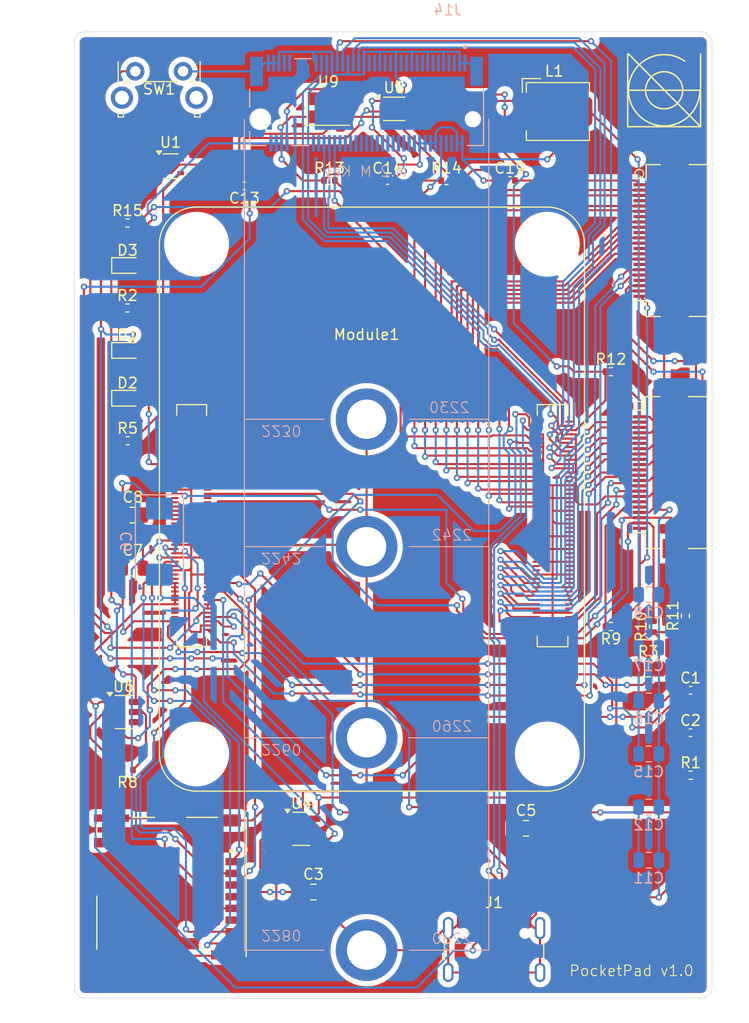
<source format=kicad_pcb>
(kicad_pcb (version 20240108) (generator "pcbnew") (generator_version "8.0")
  (layers (0 "F.Cu" signal) (31 "B.Cu" signal) (34 "B.Paste" user) (35 "F.Paste" user) (36 "B.SilkS" user "B.Silkscreen") (37 "F.SilkS" user "F.Silkscreen") (38 "B.Mask" user) (39 "F.Mask" user) (44 "Edge.Cuts" user))
  (net 0 "")
  (net 1 "GND")
  (net 2 "/+5v")
  (net 3 "/CM5_GPIO ( Ethernet, GPIO, SDCARD)/SD_PWR")
  (net 4 "/+3.3v")
  (net 5 "Net-(D1-K)")
  (net 6 "Net-(D2-K)")
  (net 8 "/CC2")
  (net 9 "/USB2_N")
  (net 10 "/CC1")
  (net 11 "/USB2_P")
  (net 13 "/CM5_HighSpeed/VBUS")
  (net 14 "/PCIe-M2/FB")
  (net 15 "/PCIe-M2/M2_3v3")
  (net 16 "Net-(D3-K)")
  (net 17 "/CM5_GPIO ( Ethernet, GPIO, SDCARD)/SD_CLK")
  (net 18 "/CM5_GPIO ( Ethernet, GPIO, SDCARD)/SD_CMD")
  (net 20 "/CM5_GPIO ( Ethernet, GPIO, SDCARD)/SD_DAT3")
  (net 22 "/CM5_GPIO ( Ethernet, GPIO, SDCARD)/SD_DAT0")
  (net 23 "/CM5_GPIO ( Ethernet, GPIO, SDCARD)/SD_DAT1")
  (net 24 "/CM5_GPIO ( Ethernet, GPIO, SDCARD)/SD_DAT2")
  (net 25 "/CM5_GPIO ( Ethernet, GPIO, SDCARD)/CAM_GPIO0")
  (net 26 "/CM5_HighSpeed/DPHY0_D1_N")
  (net 27 "/CM5_HighSpeed/DPHY0_D0_P")
  (net 28 "/CM5_HighSpeed/SCL0")
  (net 29 "/CM5_HighSpeed/DPHY0_D3_P")
  (net 30 "/CM5_HighSpeed/DPHY0_D2_P")
  (net 31 "/CM5_HighSpeed/DPHY0_C_N")
  (net 32 "/CM5_HighSpeed/DPHY0_D1_P")
  (net 33 "/CM5_HighSpeed/DPHY0_D0_N")
  (net 34 "/CM5_HighSpeed/DPHY0_D3_N")
  (net 35 "/CM5_HighSpeed/DPHY0_C_P")
  (net 36 "/CM5_HighSpeed/DPHY0_D2_N")
  (net 37 "/CM5_GPIO ( Ethernet, GPIO, SDCARD)/CAM_GPIO1")
  (net 38 "/CM5_HighSpeed/SDA0")
  (net 39 "Net-(J9-Pin_17)")
  (net 40 "/CM5_HighSpeed/DPHY1_D2_P")
  (net 42 "/CM5_HighSpeed/DPHY1_D1_P")
  (net 43 "/CM5_HighSpeed/DPHY1_D0_N")
  (net 44 "/CM5_HighSpeed/DPHY1_D0_P")
  (net 45 "/CM5_HighSpeed/DPHY1_D2_N")
  (net 46 "/CM5_HighSpeed/DPHY1_C_N")
  (net 47 "/CM5_HighSpeed/DPHY1_C_P")
  (net 48 "/CM5_HighSpeed/DPHY1_D3_P")
  (net 49 "/CM5_HighSpeed/DPHY1_D3_N")
  (net 50 "/CM5_HighSpeed/DPHY1_D1_N")
  (net 51 "/CM5_GPIO ( Ethernet, GPIO, SDCARD)/ID_SC")
  (net 52 "/CM5_GPIO ( Ethernet, GPIO, SDCARD)/ID_SD")
  (net 54 "/CM5_HighSpeed/PCIE_CLK_N")
  (net 57 "/CM5_HighSpeed/PCIE_nRST")
  (net 59 "Net-(J14-DAS{slash}~{DSS}{slash}~{LED1})")
  (net 66 "/CM5_HighSpeed/PCIE_RX_N")
  (net 68 "/CM5_HighSpeed/PCIE_TX_P")
  (net 76 "/CM5_HighSpeed/PCIE_nWAKE")
  (net 87 "/CM5_HighSpeed/PCIE_RX_P")
  (net 121 "Net-(Module1A-LED_nACT)")
  (net 144 "/CM5_HighSpeed/PCIE_TX_N")
  (net 152 "/CM5_HighSpeed/PCIE_nCLKREQ")
  (net 155 "Net-(J14-SUSCLK)")
  (net 157 "/CM5_HighSpeed/PCIE_CLK_P")
  (net 158 "Net-(U8-LX)")
  (net 162 "/CM5_HighSpeed/PCIE_PWR_EN")
  (net 163 "/CM5_GPIO ( Ethernet, GPIO, SDCARD)/SD_PWR_ON")
  (net 169 "/CM5_HighSpeed/VBUS_EN")
  (net 171 "/CM5_GPIO ( Ethernet, GPIO, SDCARD)/+1.8v")
  (net 180 "/CM5_GPIO ( Ethernet, GPIO, SDCARD)/GPIO_VREF")
  (net 187 "/CM5_GPIO ( Ethernet, GPIO, SDCARD)/PWR_BUT")
  (net 190 "/CM5_GPIO ( Ethernet, GPIO, SDCARD)/nPWR_LED")
  (net 192 "Net-(R5-Pad2)")
  (net 193 "Net-(U6-ILIM)")
  (footprint "PocketPad:logo" (layer "F.Cu") (at 127 53)
    (property "Reference" "G***" (hide yes))
    (property "Value" "LOGO" (hide yes))
  )
  (footprint "Resistor_SMD:R_0402_1005Metric" (layer "F.Cu") (at 76.5 65.5)
    (property "Reference" "R15")
    (property "Value" "1k")
  )
  (footprint "Resistor_SMD:R_0402_1005Metric" (layer "F.Cu") (at 76.5 117 180)
    (property "Reference" "R8")
    (property "Value" "15K 1%")
  )
  (footprint "CM5IO:Hirose_FH12-22S-0.5SH_1x22-1MP_P0.50mm_Horizontal" (layer "F.Cu") (at 126.55 89 90)
    (property "Reference" "J9")
    (property "Value" "Conn_01x22_Female")
  )
  (footprint "Resistor_SMD:R_0402_1005Metric" (layer "F.Cu") (at 126 103.51 90)
    (property "Reference" "R10")
    (property "Value" "2.2K 1%")
  )
  (footprint "Capacitor_SMD:C_0402_1005Metric" (layer "F.Cu") (at 87.5 62 180)
    (property "Reference" "C13")
    (property "Value" "100n")
  )
  (footprint "Capacitor_SMD:C_0402_1005Metric" (layer "F.Cu") (at 129.48 113.5)
    (property "Reference" "C2")
    (property "Value" "100n")
  )
  (footprint "Resistor_SMD:R_0402_1005Metric" (layer "F.Cu") (at 95.5 61.5)
    (property "Reference" "R13")
    (property "Value" "10K 1%")
  )
  (footprint "Package_TO_SOT_SMD:SOT-353_SC-70-5" (layer "F.Cu") (at 80.55 60.15)
    (property "Reference" "U1")
    (property "Value" "74LVC1G07SE-7")
  )
  (footprint "Capacitor_SMD:C_0805_2012Metric" (layer "F.Cu") (at 77 98)
    (property "Reference" "C7")
    (property "Value" "10u")
  )
  (footprint "Resistor_SMD:R_0402_1005Metric" (layer "F.Cu") (at 106.51 61.5)
    (property "Reference" "R14")
    (property "Value" "2.2K 1%")
  )
  (footprint "LED_SMD:LED_0603_1608Metric" (layer "F.Cu") (at 76.5 69.5)
    (property "Reference" "D3")
    (property "Value" "M.2 Act")
  )
  (footprint "CM5IO:SDCARD_MOLEX_503398-1892" (layer "F.Cu") (at 80.64 128.02 -90)
    (property "Reference" "J7")
    (property "Value" "Micro_SD_Card_Det")
  )
  (footprint "Resistor_SMD:R_0402_1005Metric" (layer "F.Cu") (at 121.99 103.5 180)
    (property "Reference" "R9")
    (property "Value" "2.2K 1%")
  )
  (footprint "Capacitor_SMD:C_0402_1005Metric" (layer "F.Cu") (at 112.48 61.5)
    (property "Reference" "C19")
    (property "Value" "100n")
  )
  (footprint "LED_SMD:LED_0603_1608Metric" (layer "F.Cu") (at 76.5 82)
    (property "Reference" "D2")
    (property "Value" "Pwr")
  )
  (footprint "Resistor_SMD:R_0402_1005Metric" (layer "F.Cu") (at 129 102.5 90)
    (property "Reference" "R11")
    (property "Value" "2.2K 1%")
  )
  (footprint "Capacitor_SMD:C_0402_1005Metric" (layer "F.Cu") (at 100.98 61.5)
    (property "Reference" "C14")
    (property "Value" "4.7nF")
  )
  (footprint "CM5IO:L_Bourns_SRP5030CC" (layer "F.Cu") (at 117 55)
    (property "Reference" "L1")
    (property "Value" "2.2uH")
  )
  (footprint "Resistor_SMD:R_0402_1005Metric" (layer "F.Cu") (at 76.51 86)
    (property "Reference" "R5")
    (property "Value" "1k")
  )
  (footprint "Connector_USB:USB_C_Receptacle_GCT_USB4105-xx-A_16P_TopMnt_Horizontal" (layer "F.Cu") (at 111 135)
    (property "Reference" "J1")
    (property "Value" "USB_C_Receptacle_USB2.0")
  )
  (footprint "Capacitor_SMD:C_0402_1005Metric" (layer "F.Cu") (at 129.48 109.5)
    (property "Reference" "C1")
    (property "Value" "100n")
  )
  (footprint "Capacitor_SMD:C_0805_2012Metric" (layer "F.Cu") (at 114 122.5)
    (property "Reference" "C5")
    (property "Value" "10u")
  )
  (footprint "Resistor_SMD:R_0805_2012Metric_Pad1.20x1.40mm_HandSolder" (layer "F.Cu") (at 125.5 107.5)
    (property "Reference" "R3")
    (property "Value" "0R")
  )
  (footprint "LED_SMD:LED_0603_1608Metric" (layer "F.Cu") (at 76.5 77.5)
    (property "Reference" "D1")
    (property "Value" "Act")
  )
  (footprint "CM5IO:Raspberry-Pi-5-Compute-Module" (layer "F.Cu") (at 83 115.5)
    (property "Reference" "Module1")
    (property "Value" "ComputeModule5-CM5")
  )
  (footprint "Crystal:Crystal_SMD_3225-4Pin_3.2x2.5mm" (layer "F.Cu") (at 95.4 54.65)
    (property "Reference" "U9")
    (property "Value" "ASEK-32.768KHZ-L-R-T")
  )
  (footprint "Capacitor_SMD:C_0805_2012Metric" (layer "F.Cu") (at 94 128.5)
    (property "Reference" "C3")
    (property "Value" "10u")
  )
  (footprint "Button_Switch_THT:SW_Tactile_SPST_Angled_PTS645Vx58-2LFS" (layer "F.Cu") (at 77.225 51.2125)
    (property "Reference" "SW1")
    (property "Value" "Right angle Tact button")
  )
  (footprint "Resistor_SMD:R_0402_1005Metric" (layer "F.Cu") (at 76.49 73.5)
    (property "Reference" "R2")
    (property "Value" "1k")
  )
  (footprint "CM5IO:Hirose_FH12-22S-0.5SH_1x22-1MP_P0.50mm_Horizontal" (layer "F.Cu") (at 126.6 67.15 90)
    (property "Reference" "J8")
    (property "Value" "Conn_01x22_Female")
  )
  (footprint "Package_TO_SOT_SMD:SOT-23-5" (layer "F.Cu") (at 92.8625 122.55)
    (property "Reference" "U4")
    (property "Value" "RT9742GGJ5")
  )
  (footprint "Resistor_SMD:R_0402_1005Metric" (layer "F.Cu") (at 129.5 117.5)
    (property "Reference" "R1")
    (property "Value" "2.2K 1%")
  )
  (footprint "Capacitor_SMD:C_0805_2012Metric" (layer "F.Cu") (at 77 93)
    (property "Reference" "C8")
    (property "Value" "10u")
  )
  (footprint "Package_DFN_QFN:DFN-8-1EP_2x2mm_P0.5mm_EP1.05x1.75mm" (layer "F.Cu") (at 101.6 54.75)
    (property "Reference" "U8")
    (property "Value" "AP3441SHE-7B")
  )
  (footprint "Package_TO_SOT_SMD:SOT-23-6" (layer "F.Cu") (at 76.1375 111.55)
    (property "Reference" "U6")
    (property "Value" "AP22653W6")
  )
  (footprint "Resistor_SMD:R_0402_1005Metric" (layer "F.Cu") (at 121.99 79.5)
    (property "Reference" "R12")
    (property "Value" "100K 1%")
  )
  (footprint "Capacitor_SMD:C_0805_2012Metric" (layer "B.Cu") (at 125.55 115.5)
    (property "Reference" "C15")
    (property "Value" "10u")
  )
  (footprint "Capacitor_SMD:C_0805_2012Metric" (layer "B.Cu") (at 125.55 110.5)
    (property "Reference" "C16")
    (property "Value" "10u")
  )
  (footprint "Capacitor_SMD:C_0805_2012Metric" (layer "B.Cu") (at 125.55 125.5)
    (property "Reference" "C11")
    (property "Value" "10u")
  )
  (footprint "Capacitor_SMD:C_0805_2012Metric" (layer "B.Cu") (at 125.55 120.5)
    (property "Reference" "C12")
    (property "Value" "10u")
  )
  (footprint "Capacitor_Tantalum_SMD:CP_EIA-7343-31_Kemet-D" (layer "B.Cu") (at 79.5 95.5 -90)
    (property "Reference" "C6")
    (property "Value" "100uF")
  )
  (footprint "Capacitor_SMD:C_0805_2012Metric" (layer "B.Cu") (at 125.55 105.5)
    (property "Reference" "C17")
    (property "Value" "10u")
  )
  (footprint "Capacitor_SMD:C_0805_2012Metric" (layer "B.Cu") (at 125.55 100.5)
    (property "Reference" "C18")
    (property "Value" "10u")
  )
  (footprint "CM5IO:M.2 M Key socket" (layer "B.Cu") (at 99 55.725 180)
    (property "Reference" "J14")
    (property "Value" "Bus_M.2_Socket_M")
  )
  (gr_arc (start 131.5 137.5) (mid 131.207107 138.207107) (end 130.5 138.5) (stroke (width 0.05)) (layer "Edge.Cuts"))
  (gr_arc (start 72.5 138.5) (mid 71.792893 138.207107) (end 71.5 137.5) (stroke (width 0.05)) (layer "Edge.Cuts"))
  (gr_line (start 131.5 137.5) (end 131.5 48.5) (stroke (width 0.05)) (layer "Edge.Cuts"))
  (gr_arc (start 130.5 47.5) (mid 131.207107 47.792893) (end 131.5 48.5) (stroke (width 0.05)) (layer "Edge.Cuts"))
  (gr_line (start 72.5 138.5) (end 130.5 138.5) (stroke (width 0.05)) (layer "Edge.Cuts"))
  (gr_arc (start 71.5 48.5) (mid 71.792893 47.792893) (end 72.5 47.5) (stroke (width 0.05)) (layer "Edge.Cuts"))
  (gr_line (start 130.5 47.5) (end 72.5 47.5) (stroke (width 0.05)) (layer "Edge.Cuts"))
  (gr_line (start 71.5 137.5) (end 71.5 48.5) (stroke (width 0.05)) (layer "Edge.Cuts"))
  (gr_text "PocketPad v1.0" (at 118 136.5 0) (layer "F.SilkS") (effects (font (size 1 1) (thickness 0.1)) (justify left bottom)))
  (segment (start 116.5 90.2) (end 118.04 90.2) (width 0.2) (layer "F.Cu") (net 1))
  (segment (start 116.5 93.5) (end 116.5 95) (width 0.2) (layer "F.Cu") (net 1))
  (segment (start 122.5 80) (end 124.7 82.2) (width 0.2) (layer "F.Cu") (net 1))
  (segment (start 93 121.937499) (end 93 119) (width 0.2) (layer "F.Cu") (net 1))
  (segment (start 82.5 95.8) (end 84.04 95.8) (width 0.2) (layer "F.Cu") (net 1))
  (segment (start 126 84.15) (end 126 85) (width 0.2) (layer "F.Cu") (net 1))
  (segment (start 114.95 130.57) (end 114.2 131.32) (width 0.2) (layer "F.Cu") (net 1))
  (segment (start 82.5 90.5) (end 82.5 92) (width 0.2) (layer "F.Cu") (net 1))
  (segment (start 80.96 90.6) (end 82.4 90.6) (width 0.2) (layer "F.Cu") (net 1))
  (segment (start 118.69 86.6) (end 118.04 86.6) (width 0.2) (layer "F.Cu") (net 1))
  (segment (start 82.7 94.2) (end 82.5 94) (width 0.2) (layer "F.Cu") (net 1))
  (segment (start 114.96 89) (end 115.5 89) (width 0.2) (layer "F.Cu") (net 1))
  (segment (start 118.04 89) (end 118.59 89) (width 0.2) (layer "F.Cu") (net 1))
  (segment (start 116.5 99.8) (end 116.5 101) (width 0.2) (layer "F.Cu") (net 1))
  (segment (start 95.5 131.14) (end 90.5 131.14) (width 0.2) (layer "F.Cu") (net 1))
  (segment (start 82.7 92.2) (end 82.5 92) (width 0.2) (layer "F.Cu") (net 1))
  (segment (start 109 60.5) (end 111.96 60.5) (width 0.2) (layer "F.Cu") (net 1))
  (segment (start 116.8 93.8) (end 116.5 93.5) (width 0.2) (layer "F.Cu") (net 1))
  (segment (start 118.04 92.6) (end 116.6 92.6) (width 0.2) (layer "F.Cu") (net 1))
  (segment (start 118.59 90.2) (end 118.04 90.2) (width 0.2) (layer "F.Cu") (net 1))
  (segment (start 101.6 54.75) (end 101.6 54.4) (width 0.2) (layer "F.Cu") (net 1))
  (segment (start 82.5 94.5) (end 82.5 95.8) (width 0.2) (layer "F.Cu") (net 1))
  (segment (start 82.6 98.6) (end 82.5 98.5) (width 0.2) (layer "F.Cu") (net 1))
  (segment (start 116.5 98.6) (end 118.04 98.6) (width 0.2) (layer "F.Cu") (net 1))
  (segment (start 125.65 69.4) (end 124.75 69.4) (width 0.2) (layer "F.Cu") (net 1))
  (segment (start 125.6 83.75) (end 126 84.15) (width 0.2) (layer "F.Cu") (net 1))
  (segment (start 80.606544 60.8) (end 81.406544 60) (width 0.2) (layer "F.Cu") (net 1))
  (segment (start 82.5 97) (end 84.04 97) (width 0.2) (layer "F.Cu") (net 1))
  (segment (start 106.68 131.895) (end 106.68 136.075) (width 0.2) (layer "F.Cu") (net 1))
  (segment (start 121.465657 91.25) (end 120.715657 92) (width 0.2) (layer "F.Cu") (net 1))
  (segment (start 114.96 86.6) (end 115.5 86.6) (width 0.2) (layer "F.Cu") (net 1))
  (segment (start 94.9 57.1) (end 96.5 55.5) (width 0.2) (layer "F.Cu") (net 1))
  (segment (start 115.51 89) (end 115.5 89) (width 0.2) (layer "F.Cu") (net 1))
  (segment (start 129.96 113.5) (end 129.96 109.5) (width 0.2) (layer "F.Cu") (net 1))
  (segment (start 116.6 92.6) (end 116.5 92.5) (width 0.2) (layer "F.Cu") (net 1))
  (segment (start 83.39 104) (end 82.5 104) (width 0.2) (layer "F.Cu") (net 1))
  (segment (start 125.6 89.75) (end 124.7 89.75) (width 0.2) (layer "F.Cu") (net 1))
  (segment (start 86.25 121.76) (end 88.24 121.76) (width 0.2) (layer "F.Cu") (net 1))
  (segment (start 114.96 102.2) (end 116.5 102.2) (width 0.2) (layer "F.Cu") (net 1))
  (segment (start 101.6 54.75) (end 101.6 55.825) (width 0.2) (layer "F.Cu") (net 1))
  (segment (start 124.7 82.2) (end 124.7 83.75) (width 0.2) (layer "F.Cu") (net 1))
  (segment (start 126 70.55) (end 127 71.55) (width 0.2) (layer "F.Cu") (net 1))
  (segment (start 80.96 88.6) (end 82.4 88.6) (width 0.2) (layer "F.Cu") (net 1))
  (segment (start 118.04 85.4) (end 118.69 85.4) (width 0.2) (layer "F.Cu") (net 1))
  (segment (start 115.51 86.6) (end 115.5 86.6) (width 0.2) (layer "F.Cu") (net 1))
  (segment (start 116.5 102.2) (end 116.5 103.4) (width 0.2) (layer "F.Cu") (net 1))
  (segment (start 126.15 92.5) (end 126 92.35) (width 0.2) (layer "F.Cu") (net 1))
  (segment (start 80.96 94.6) (end 82.4 94.6) (width 0.2) (layer "F.Cu") (net 1))
  (segment (start 84.04 103.4) (end 83.39 103.4) (width 0.2) (layer "F.Cu") (net 1))
  (segment (start 115.51 90.2) (end 115.5 90.2) (width 0.2) (layer "F.Cu") (net 1))
  (segment (start 82.5 86.6) (end 84.04 86.6) (width 0.2) (layer "F.Cu") (net 1))
  (segment (start 130.01 117.5) (end 130.01 113.55) (width 0.2) (layer "F.Cu") (net 1))
  (segment (start 106.68 131.895) (end 107.225 131.895) (width 0.2) (layer "F.Cu") (net 1))
  (segment (start 125.6 92.75) (end 124.7 92.75) (width 0.2) (layer "F.Cu") (net 1))
  (segment (start 82.4 94.6) (end 82.5 94.5) (width 0.2) (layer "F.Cu") (net 1))
  (segment (start 126 63.05) (end 125.65 63.4) (width 0.2) (layer "F.Cu") (net 1))
  (segment (start 84.04 94.2) (end 82.7 94.2) (width 0.2) (layer "F.Cu") (net 1))
  (segment (start 101.6 54.4) (end 102 54) (width 0.2) (layer "F.Cu") (net 1))
  (segment (start 80.96 84.2) (end 82.5 84.2) (width 0.2) (layer "F.Cu") (net 1))
  (segment (start 116.5 91.4) (end 118.04 91.4) (width 0.2) (layer "F.Cu") (net 1))
  (segment (start 115.5 90.2) (end 116.5 90.2) (width 0.2) (layer "F.Cu") (net 1))
  (segment (start 82.5 98) (end 82.5 98.5) (width 0.2) (layer "F.Cu") (net 1))
  (segment (start 124.35 61.5) (end 124.75 61.9) (width 0.2) (layer "F.Cu") (net 1))
  (segment (start 125.65 64.9) (end 124.75 64.9) (width 0.2) (layer "F.Cu") (net 1))
  (segment (start 126.6 75.5) (end 127 75.9) (width 0.2) (layer "F.Cu") (net 1))
  (segment (start 116.5 101) (end 118.04 101) (width 0.2) (layer "F.Cu") (net 1))
  (segment (start 82.3 100.348529) (end 82.5 100.148529) (width 0.2) (layer "F.Cu") (net 1))
  (segment (start 118.69 88.9) (end 118.69 87.7) (width 0.2) (layer "F.Cu") (net 1))
  (segment (start 108 61.5) (end 109 60.5) (width 0.2) (layer "F.Cu") (net 1))
  (segment (start 125.65 66.4) (end 124.75 66.4) (width 0.2) (layer "F.Cu") (net 1))
  (segment (start 114.96 90.2) (end 115.5 90.2) (width 0.2) (layer "F.Cu") (net 1))
  (segment (start 115.61 85.4) (end 115.61 86.5) (width 0.2) (layer "F.Cu") (net 1))
  (segment (start 83.39 103.4) (end 83.39 104) (width 0.2) (layer "F.Cu") (net 1))
  (segment (start 126 87.85) (end 125.6 88.25) (width 0.2) (layer "F.Cu") (net 1))
  (segment (start 79.5 97) (end 80.96 97) (width 0.2) (layer "F.Cu") (net 1))
  (segment (start 126 87.85) (end 126 89.35) (width 0.2) (layer "F.Cu") (net 1))
  (segment (start 80.96 85.4) (end 82.5 85.4) (width 0.2) (layer "F.Cu") (net 1))
  (segment (start 115.32 131.895) (end 114.775 131.895) (width 0.2) (layer "F.Cu") (net 1))
  (segment (start 78.35 92.6) (end 80.96 92.6) (width 0.2) (layer "F.Cu") (net 1))
  (segment (start 118.69 90.2) (end 118.04 90.2) (width 0.2) (layer "F.Cu") (net 1))
  (segment (start 115.61 87.7) (end 115.51 87.8) (width 0.2) (layer "F.Cu") (net 1))
  (segment (start 126 67.55) (end 126 69.05) (width 0.2) (layer "F.Cu") (net 1))
  (segment (start 122.5 79.5) (end 122.5 80) (width 0.2) (layer "F.Cu") (net 1))
  (segment (start 118.69 90.1) (end 118.59 90.2) (width 0.2) (layer "F.Cu") (net 1))
  (segment (start 130.01 113.55) (end 129.96 113.5) (width 0.2) (layer "F.Cu") (net 1))
  (segment (start 126 66.05) (end 125.65 66.4) (width 0.2) (layer "F.Cu") (net 1))
  (segment (start 120.715657 92) (end 119 92) (width 0.2) (layer "F.Cu") (net 1))
  (segment (start 107.02 61.5) (end 108 61.5) (width 0.2) (layer "F.Cu") (net 1))
  (segment (start 116.5 97.4) (end 116.5 98.6) (width 0.2) (layer "F.Cu") (net 1))
  (segment (start 126 62.25) (end 126 63.05) (width 0.2) (layer "F.Cu") (net 1))
  (segment (start 114.96 96.2) (end 116.5 96.2) (width 0.2) (layer "F.Cu") (net 1))
  (segment (start 91.725 122.55) (end 92.387499 122.55) (width 0.2) (layer "F.Cu") (net 1))
  (segment (start 82.4 90.6) (end 82.5 90.5) (width 0.2) (layer "F.Cu") (net 1))
  (segment (start 73 112.887501) (end 74.337501 111.55) (width 0.2) (layer "F.Cu") (net 1))
  (segment (start 126 69.05) (end 126 70.55) (width 0.2) (layer "F.Cu") (net 1))
  (segment (start 118.69 86.6) (end 118.69 87.7) (width 0.2) (layer "F.Cu") (net 1))
  (segment (start 106.68 136.075) (end 115.32 136.075) (width 0.2) (layer "F.Cu") (net 1))
  (segment (start 99 83.975) (end 99 95.975) (width 0.2) (layer "F.Cu") (net 1))
  (segment (start 82.3 103.8) (end 82.3 100.348529) (width 0.2) (layer "F.Cu") (net 1))
  (segment (start 111.96 60.5) (end 112.96 61.5) (width 0.2) (layer "F.Cu") (net 1))
  (segment (start 107.225 131.895) (end 107.8 131.32) (width 0.2) (layer "F.Cu") (net 1))
  (segment (start 82.5 88) (end 82.5 88.5) (width 0.2) (layer "F.Cu") (net 1))
  (segment (start 82.5 94) (end 82.5 94.5) (width 0.2) (layer "F.Cu") (net 1))
  (segment (start 116.5 99.8) (end 118.04 99.8) (width 0.2) (layer "F.Cu") (net 1))
  (segment (start 114.96 87.8) (end 115.5 87.8) (width 0.2) (layer "F.Cu") (net 1))
  (segment (start 96.165 131.14) (end 95.5 131.14) (width 0.2) (layer "F.Cu") (net 1))
  (segment (start 92.885 134.42) (end 96.165 131.14) (width 0.2) (layer "F.Cu") (net 1))
  (segment (start 126 89.35) (end 125.6 89.75) (width 0.2) (layer "F.Cu") (net 1))
  (segment (start 77.95 98) (end 77.95 93) (width 0.2) (layer "F.Cu") (net 1))
  (segment (start 86.03 121.54) (end 86.25 121.76) (width 0.2) (layer "F.Cu") (net 1))
  (segment (start 75 117.99) (end 75.99 117) (width 0.2) (layer "F.Cu") (net 1))
  (segment (start 125.65 63.4) (end 124.75 63.4) (width 0.2) (layer "F.Cu") (net 1))
  (segment (start 104.315 133.975) (end 99 133.975) (width 0.2) (layer "F.Cu") (net 1))
  (segment (start 79.6 60.8) (end 80.606544 60.8) (width 0.2) (layer "F.Cu") (net 1))
  (segment (start 116.5 103.4) (end 118.04 103.4) (width 0.2) (layer "F.Cu") (net 1))
  (segment (start 118.69 85.4) (end 118.69 86.6) (width 0.2) (layer "F.Cu") (net 1))
  (segment (start 102.5 52.5) (end 102.5 54) (width 0.2) (layer "F.Cu") (net 1))
  (segment (start 130.01 117.5) (end 130.01 125.49) (width 0.2) (layer "F.Cu") (net 1))
  (segment (start 115.61 86.5) (end 115.61 87.7) (width 0.2) (layer "F.Cu") (net 1))
  (segment (start 116.5 96.2) (end 116.5 97.4) (width 0.2) (layer "F.Cu") (net 1))
  (segment (start 73 114.01) (end 73 112.887501) (width 0.2) (layer "F.Cu") (net 1))
  (segment (start 84.04 88.2) (end 82.7 88.2) (width 0.2) (layer "F.Cu") (net 1))
  (segment (start 82.5 104) (end 82.3 103.8) (width 0.2) (layer "F.Cu") (net 1))
  (segment (start 118.69 91.69) (end 118.69 90.2) (width 0.2) (layer "F.Cu") (net 1))
  (segment (start 124.7 91.25) (end 121.465657 91.25) (width 0.2) (layer "F.Cu") (net 1))
  (segment (start 126 63.05) (end 126 64.55) (width 0.2) (layer "F.Cu") (net 1))
  (segment (start 116.5 90.2) (end 116.5 91.4) (width 0.2) (layer "F.Cu") (net 1))
  (segment (start 75.99 117) (end 73 114.01) (width 0.2) (layer "F.Cu") (net 1))
  (segment (start 126 67.55) (end 125.65 67.9) (width 0.2) (layer "F.Cu") (net 1))
  (segment (start 125.6 91.25) (end 124.7 91.25) (width 0.2) (layer "F.Cu") (net 1))
  (segment (start 126 86.35) (end 126 87.85) (width 0.2) (layer "F.Cu") (net 1))
  (segment (start 102 54) (end 102.5 54) (width 0.2) (layer "F.Cu") (net 1))
  (segment (start 96.5 55.5) (end 100.7 55.5) (width 0.2) (layer "F.Cu") (net 1))
  (segment (start 127 75.9) (end 127 80.2) (width 0.2) (layer "F.Cu") (net 1))
  (segment (start 75 121.54) (end 86.03 121.54) (width 0.2) (layer "F.Cu") (net 1))
  (segment (start 77.95 93) (end 78.35 92.6) (width 0.2) (layer "F.Cu") (net 1))
  (segment (start 75 134.5) (end 85.685 134.5) (width 0.2) (layer "F.Cu") (net 1))
  (segment (start 87.4 57.1) (end 94.9 57.1) (width 0.2) (layer "F.Cu") (net 1))
  (segment (start 80.96 98.2) (end 82.3 98.2) (width 0.2) (layer "F.Cu") (net 1))
  (segment (start 80.96 86.6) (end 82.5 86.6) (width 0.2) (layer "F.Cu") (net 1))
  (segment (start 118.04 93.8) (end 116.8 93.8) (width 0.2) (layer "F.Cu") (net 1))
  (segment (start 126 89.35) (end 126 90.85) (width 0.2) (layer "F.Cu") (net 1))
  (segment (start 126 64.55) (end 125.65 64.9) (width 0.2) (layer "F.Cu") (net 1))
  (segment (start 84.04 95.8) (end 98.825 95.8) (width 0.2) (layer "F.Cu") (net 1))
  (segment (start 116.5 91.4) (end 116.5 92.5) (width 0.2) (layer "F.Cu") (net 1))
  (segment (start 114.96 97.4) (end 116.5 97.4) (width 0.2) (layer "F.Cu") (net 1))
  (segment (start 80.96 95.8) (end 82.5 95.8) (width 0.2) (layer "F.Cu") (net 1))
  (segment (start 98.825 95.8) (end 99 95.975) (width 0.2) (layer "F.Cu") (net 1))
  (segment (start 75 121.54) (end 75 117.99) (width 0.2) (layer "F.Cu") (net 1))
  (segment (start 118.69 88.9) (end 118.69 90.1) (width 0.2) (layer "F.Cu") (net 1))
  (segment (start 124.7 83.75) (end 125.6 83.75) (width 0.2) (layer "F.Cu") (net 1))
  (segment (start 118.69 87.7) (end 118.59 87.8) (width 0.2) (layer "F.Cu") (net 1))
  (segment (start 82.5 92.5) (end 82.5 94) (width 0.2) (layer "F.Cu") (net 1))
  (segment (start 99 119) (end 99 113.975) (width 0.2) (layer "F.Cu") (net 1))
  (segment (start 82.4 92.6) (end 82.5 92.5) (width 0.2) (layer "F.Cu") (net 1))
  (segment (start 82.4 88.6) (end 82.5 88.5) (width 0.2) (layer "F.Cu") (net 1))
  (segment (start 85.685 134.5) (end 85.765 134.42) (width 0.2) (layer "F.Cu") (net 1))
  (segment (start 116.5 98.6) (end 116.5 99.8) (width 0.2) (layer "F.Cu") (net 1))
  (segment (start 114.96 91.4) (end 116.5 91.4) (width 0.2) (layer "F.Cu") (net 1))
  (segment (start 119 92) (end 118.69 91.69) (width 0.2) (layer "F.Cu") (net 1))
  (segment (start 82.5 84.2) (end 84.04 84.2) (width 0.2) (layer "F.Cu") (net 1))
  (segment (start 127.5 92.5) (end 126.15 92.5) (width 0.2) (layer "F.Cu") (net 1))
  (segment (start 87.02 60) (end 87.02 62) (width 0.2) (layer "F.Cu") (net 1))
  (segment (start 92.387499 122.55) (end 93 121.937499) (width 0.2) (layer "F.Cu") (net 1))
  (segment (start 126 81.2) (end 126 84.15) (width 0.2) (layer "F.Cu") (net 1))
  (segment (start 115.61 90.1) (end 115.51 90.2) (width 0.2) (layer "F.Cu") (net 1))
  (segment (start 112.96 61.5) (end 124.35 61.5) (width 0.2) (layer "F.Cu") (net 1))
  (segment (start 87.02 57.48) (end 87.4 57.1) (width 0.2) (layer "F.Cu") (net 1))
  (segment (start 95.5 131.14) (end 94.95 130.59) (width 0.2) (layer "F.Cu") (net 1))
  (segment (start 116.5 97.4) (end 118.04 97.4) (width 0.2) (layer "F.Cu") (net 1))
  (segment (start 126 86.35) (end 125.6 86.75) (width 0.2) (layer "F.Cu") (net 1))
  (segment (start 126 90.85) (end 126 92.35) (width 0.2) (layer "F.Cu") (net 1))
  (segment (start 106.68 131.895) (end 106.395 131.895) (width 0.2) (layer "F.Cu") (net 1))
  (segment (start 125.65 67.9) (end 124.75 67.9) (width 0.2) (layer "F.Cu") (net 1))
  (segment (start 101.6 55.1) (end 101.6 54.75) (width 0.2) (layer "F.Cu") (net 1))
  (segment (start 115.61 88.9) (end 115.61 90.1) (width 0.2) (layer "F.Cu") (net 1))
  (segment (start 126 66.05) (end 126 67.55) (width 0.2) (layer "F.Cu") (net 1))
  (segment (start 99 95.975) (end 99 113.975) (width 0.2) (layer "F.Cu") (net 1))
  (segment (start 127 71.55) (end 126.6 71.95) (width 0.2) (layer "F.Cu") (net 1))
  (segment (start 121.45 129) (end 126.5 129) (width 0.2) (layer "F.Cu") (net 1))
  (segment (start 101.6 55.825) (end 107.02 61.245) (width 0.2) (layer "F.Cu") (net 1))
  (segment (start 107.02 61.245) (end 107.02 61.5) (width 0.2) (layer "F.Cu") (net 1))
  (segment (start 114.96 101) (end 116.5 101) (width 0.2) (layer "F.Cu") (net 1))
  (segment (start 82.5 92) (end 82.5 92.5) (width 0.2) (layer "F.Cu") (net 1))
  (segment (start 114.96 99.8) (end 116.5 99.8) (width 0.2) (layer "F.Cu") (net 1))
  (segment (start 82.5 90) (end 82.5 90.5) (width 0.2) (layer "F.Cu") (net 1))
  (segment (start 82.7 88.2) (end 82.5 88) (width 0.2) (layer "F.Cu") (net 1))
  (segment (start 84.04 92.2) (end 82.7 92.2) (width 0.2) (layer "F.Cu") (net 1))
  (segment (start 90.5 123.112501) (end 90.5 131.14) (width 0.2) (layer "F.Cu") (net 1))
  (segment (start 87.02 60) (end 87.02 57.48) (width 0.2) (layer "F.Cu") (net 1))
  (segment (start 91.725 122.55) (end 91.062501 122.55) (width 0.2) (layer "F.Cu") (net 1))
  (segment (start 88.24 121.76) (end 91 119) (width 0.2) (layer "F.Cu") (net 1))
  (segment (start 126.6 71.95) (end 126.6 75.5) (width 0.2) (layer "F.Cu") (net 1))
  (segment (start 114.96 95) (end 116.5 95) (width 0.2) (layer "F.Cu") (net 1))
  (segment (start 114.96 98.6) (end 116.5 98.6) (width 0.2) (layer "F.Cu") (net 1))
  (segment (start 126 64.55) (end 126 66.05) (width 0.2) (layer "F.Cu") (net 1))
  (segment (start 82.5 85.4) (end 84.04 85.4) (width 0.2) (layer "F.Cu") (net 1))
  (segment (start 116.5 96.2) (end 118.04 96.2) (width 0.2) (layer "F.Cu") (net 1))
  (segment (start 82.7 90.2) (end 82.5 90) (width 0.2) (layer "F.Cu") (net 1))
  (segment (start 116.5 102.2) (end 118.04 102.2) (width 0.2) (layer "F.Cu") (net 1))
  (segment (start 84.04 98.6) (end 82.6 98.6) (width 0.2) (layer "F.Cu") (net 1))
  (segment (start 74.337501 111.55) (end 75 111.55) (width 0.2) (layer "F.Cu") (net 1))
  (segment (start 91.062501 122.55) (end 90.5 123.112501) (width 0.2) (layer "F.Cu") (net 1))
  (segment (start 82.5 85.4) (end 82.5 86.6) (width 0.2) (layer "F.Cu") (net 1))
  (segment (start 116.5 95) (end 118.04 95) (width 0.2) (layer "F.Cu") (net 1))
  (segment (start 130.01 125.49) (end 126.5 129) (width 0.2) (layer "F.Cu") (net 1))
  (segment (start 125.65 61.9) (end 126 62.25) (width 0.2) (layer "F.Cu") (net 1))
  (segment (start 125.6 88.25) (end 124.7 88.25) (width 0.2) (layer "F.Cu") (net 1))
  (segment (start 93 119) (end 99 119) (width 0.2) (layer "F.Cu") (net 1))
  (segment (start 80.96 92.6) (end 82.4 92.6) (width 0.2) (layer "F.Cu") (net 1))
  (segment (start 82.5 88.5) (end 82.5 90) (width 0.2) (layer "F.Cu") (net 1))
  (segment (start 118.59 89) (end 118.69 88.9) (width 0.2) (layer "F.Cu") (net 1))
  (segment (start 91 119) (end 93 119) (width 0.2) (layer "F.Cu") (net 1))
  (segment (start 114.96 85.4) (end 115.61 85.4) (width 0.2) (layer "F.Cu") (net 1))
  (segment (start 125.6 86.75) (end 124.7 86.75) (width 0.2) (layer "F.Cu") (net 1))
  (segment (start 82.5 97) (end 82.5 98) (width 0.2) (layer "F.Cu") (net 1))
  (segment (start 126 70.55) (end 125.65 70.9) (width 0.2) (layer "F.Cu") (net 1))
  (segment (start 115.61 88.9) (end 115.51 89) (width 0.2) (layer "F.Cu") (net 1))
  (segment (start 126 85) (end 126 86.35) (width 0.2) (layer "F.Cu") (net 1))
  (segment (start 116.5 101) (end 116.5 102.2) (width 0.2) (layer "F.Cu") (net 1))
  (segment (start 118.59 87.8) (end 118.04 87.8) (width 0.2) (layer "F.Cu") (net 1))
  (segment (start 100.7 55.5) (end 101.2 55.5) (width 0.2) (layer "F.Cu") (net 1))
  (segment (start 82.5 100.148529) (end 82.5 98.5) (width 0.2) (layer "F.Cu") (net 1))
  (segment (start 114.96 103.4) (end 116.5 103.4) (width 0.2) (layer "F.Cu") (net 1))
  (segment (start 115.32 136.075) (end 115.32 131.895) (width 0.2) (layer "F.Cu") (net 1))
  (segment (start 81.406544 60) (end 87.02 60) (width 0.2) (layer "F.Cu") (net 1))
  (segment (start 114.775 131.895) (end 114.2 131.32) (width 0.2) (layer "F.Cu") (net 1))
  (segment (start 82.5 84.2) (end 82.5 85.4) (width 0.2) (layer "F.Cu") (net 1))
  (segment (start 116.5 92.5) (end 116.5 93.5) (width 0.2) (layer "F.Cu") (net 1))
  (segment (start 126 85) (end 125.75 85.25) (width 0.2) (layer "F.Cu") (net 1))
  (segment (start 126 92.35) (end 125.6 92.75) (width 0.2) (layer "F.Cu") (net 1))
  (segment (start 116.5 95) (end 116.5 96.2) (width 0.2) (layer "F.Cu") (net 1))
  (segment (start 127 80.2) (end 126 81.2) (width 0.2) (layer "F.Cu") (net 1))
  (segment (start 94.95 130.59) (end 94.95 128.5) (width 0.2) (layer "F.Cu") (net 1))
  (segment (start 85.765 134.42) (end 92.885 134.42) (width 0.2) (layer "F.Cu") (net 1))
  (segment (start 99 133.975) (end 96.165 131.14) (width 0.2) (layer "F.Cu") (net 1))
  (segment (start 115.61 86.5) (end 115.51 86.6) (width 0.2) (layer "F.Cu") (net 1))
  (segment (start 125.75 85.25) (end 124.7 85.25) (width 0.2) (layer "F.Cu") (net 1))
  (segment (start 82.3 98.2) (end 82.5 98) (width 0.2) (layer "F.Cu") (net 1))
  (segment (start 101.2 55.5) (end 101.6 55.1) (width 0.2) (layer "F.Cu") (net 1))
  (segment (start 84.04 90.2) (end 82.7 90.2) (width 0.2) (layer "F.Cu") (net 1))
  (segment (start 90.5 131.14) (end 86.265 131.14) (width 0.2) (layer "F.Cu") (net 1))
  (segment (start 114.95 122.5) (end 114.95 130.57) (width 0.2) (layer "F.Cu") (net 1))
  (segment (start 114.95 122.5) (end 121.45 129) (width 0.2) (layer "F.Cu") (net 1))
  (segment (start 126 69.05) (end 125.65 69.4) (width 0.2) (layer "F.Cu") (net 1))
  (segment (start 82.5 95.8) (end 82.5 97) (width 0.2) (layer "F.Cu") (net 1))
  (segment (start 82.5 86.6) (end 82.5 88) (width 0.2) (layer "F.Cu") (net 1))
  (segment (start 126 90.85) (end 125.6 91.25) (width 0.2) (layer "F.Cu") (net 1))
  (segment (start 115.61 87.7) (end 115.61 88.9) (width 0.2) (layer "F.Cu") (net 1))
  (segment (start 106.395 131.895) (end 104.315 133.975) (width 0.2) (layer "F.Cu") (net 1))
  (segment (start 115.51 87.8) (end 115.5 87.8) (width 0.2) (layer "F.Cu") (net 1))
  (segment (start 80.96 97) (end 82.5 97) (width 0.2) (layer "F.Cu") (net 1))
  (segment (start 125.65 70.9) (end 124.75 70.9) (width 0.2) (layer "F.Cu") (net 1))
  (segment (start 124.75 61.9) (end 125.65 61.9) (width 0.2) (layer "F.Cu") (net 1))
  (via (at 126.5 129) (size 0.6) (drill 0.3) (layers "F.Cu" "B.Cu") (net 1))
  (via (at 102.5 52.5) (size 0.6) (drill 0.3) (layers "F.Cu" "B.Cu") (net 1))
  (via (at 127.5 92.5) (size 0.6) (drill 0.3) (layers "F.Cu" "B.Cu") (net 1))
  (via (at 79.5 97) (size 0.6) (drill 0.3) (layers "F.Cu" "B.Cu") (net 1))
  (segment (start 95.8 51.525) (end 97.5 51.525) (width 0.2) (layer "B.Cu") (net 1))
  (segment (start 94 49.375) (end 94 50.2) (width 0.2) (layer "B.Cu") (net 1))
  (segment (start 95.75 49.425) (end 95.75 50.45) (width 0.2) (layer "B.Cu") (net 1))
  (segment (start 126.5 110.5) (end 126.5 105.5) (width 0.2) (layer "B.Cu") (net 1))
  (segment (start 104.8 49.375) (end 106.2 49.375) (width 0.2) (layer "B.Cu") (net 1))
  (segment (start 108.25 50.45) (end 107.75 50.45) (width 0.2) (layer "B.Cu") (net 1))
  (segment (start 98.75 51.475) (end 98.75 50.45) (width 0.2) (layer "B.Cu") (net 1))
  (segment (start 81.7375 51.225) (end 81.725 51.2125) (width 0.2) (layer "B.Cu") (net 1))
  (segment (start 90.75 49.425) (end 90.8 49.375) (width 0.2) (layer "B.Cu") (net 1))
  (segment (start 97.3 51.525) (end 97.5 51.525) (width 0.2) (layer "B.Cu") (net 1))
  (segment (start 90.25 50.45) (end 89.75 50.45) (width 0.2) (layer "B.Cu") (net 1))
  (segment (start 106.25 49.425) (end 106.3 49.375) (width 0.2) (layer "B.Cu") (net 1))
  (segment (start 97.25 51.475) (end 97.3 51.525) (width 0.2) (layer "B.Cu") (net 1))
  (segment (start 89.75 50.45) (end 89.425 50.45) (width 0.2) (layer "B.Cu") (net 1))
  (segment (start 104.7 49.375) (end 104.75 49.425) (width 0.2) (layer "B.Cu") (net 1))
  (segment (start 108.575 50.45) (end 109.35 51.225) (width 0.2) (layer "B.Cu") (net 1))
  (segment (start 126.5 125.5) (end 126.5 120.5) (width 0.2) (layer "B.Cu") (net 1))
  (segment (start 104.75 49.425) (end 104.75 50.45) (width 0.2) (layer "B.Cu") (net 1))
  (segment (start 90.75 50.45) (end 90.75 49.425) (width 0.2) (layer "B.Cu") (net 1))
  (segment (start 108.25 50.45) (end 108.575 50.45) (width 0.2) (layer "B.Cu") (net 1))
  (segment (start 79.5 98.6125) (end 79.5 97) (width 0.2) (layer "B.Cu") (net 1))
  (segment (start 106.2 49.375) (end 106.25 49.425) (width 0.2) (layer "B.Cu") (net 1))
  (segment (start 126.5 129) (end 126.5 125.5) (width 0.2) (layer "B.Cu") (net 1))
  (segment (start 98.7 49.375) (end 98.75 49.425) (width 0.2) (layer "B.Cu") (net 1))
  (segment (start 94 50.2) (end 94.25 50.45) (width 0.2) (layer "B.Cu") (net 1))
  (segment (start 101.7 49.375) (end 101.75 49.425) (width 0.2) (layer "B.Cu") (net 1))
  (segment (start 106.3 49.375) (end 107.7 49.375) (width 0.2) (layer "B.Cu") (net 1))
  (segment (start 98.75 49.425) (end 98.75 50.45) (width 0.2) (layer "B.Cu") (net 1))
  (segment (start 107.75 49.425) (end 107.75 50.45) (width 0.2) (layer "B.Cu") (net 1))
  (segment (start 98.7 51.525) (end 98.75 51.475) (width 0.2) (layer "B.Cu") (net 1))
  (segment (start 97.5 51.525) (end 98.7 51.525) (width 0.2) (layer "B.Cu") (net 1))
  (segment (start 95.7 49.375) (end 95.75 49.425) (width 0.2) (layer "B.Cu") (net 1))
  (segment (start 100.2 49.375) (end 100.25 49.425) (width 0.2) (layer "B.Cu") (net 1))
  (segment (start 126.5 105.5) (end 126.5 100.5) (width 0.2) (layer "B.Cu") (net 1))
  (segment (start 95.75 50.45) (end 95.75 51.475) (width 0.2) (layer "B.Cu") (net 1))
  (segment (start 103.25 49.425) (end 103.25 50.45) (width 0.2) (layer "B.Cu") (net 1))
  (segment (start 100.2 49.375) (end 101.7 49.375) (width 0.2) (layer "B.Cu") (net 1))
  (segment (start 103.2 49.375) (end 103.25 49.425) (width 0.2) (layer "B.Cu") (net 1))
  (segment (start 126.5 100.5) (end 126.5 93.5) (width 0.2) (layer "B.Cu") (net 1))
  (segment (start 98.7 49.375) (end 100.2 49.375) (width 0.2) (layer "B.Cu") (net 1))
  (segment (start 126.5 93.5) (end 127.5 92.5) (width 0.2) (layer "B.Cu") (net 1))
  (segment (start 106.25 49.425) (end 106.25 50.45) (width 0.2) (layer "B.Cu") (net 1))
  (segment (start 89.425 50.45) (end 88.65 51.225) (width 0.2) (layer "B.Cu") (net 1))
  (segment (start 94 49.375) (end 95.7 49.375) (width 0.2) (layer "B.Cu") (net 1))
  (segment (start 100.25 49.425) (end 100.25 50.45) (width 0.2) (layer "B.Cu") (net 1))
  (segment (start 90.8 49.375) (end 94 49.375) (width 0.2) (layer "B.Cu") (net 1))
  (segment (start 97.25 50.45) (end 97.25 51.475) (width 0.2) (layer "B.Cu") (net 1))
  (segment (start 90.75 50.45) (end 90.25 50.45) (width 0.2) (layer "B.Cu") (net 1))
  (segment (start 101.75 50.45) (end 101.75 51.75) (width 0.2) (layer "B.Cu") (net 1))
  (segment (start 88.65 51.225) (end 81.7375 51.225) (width 0.2) (layer "B.Cu") (net 1))
  (segment (start 107.7 49.375) (end 107.75 49.425) (width 0.2) (layer "B.Cu") (net 1))
  (segment (start 126.5 115.5) (end 126.5 110.5) (width 0.2) (layer "B.Cu") (net 1))
  (segment (start 103.25 49.425) (end 103.3 49.375) (width 0.2) (layer "B.Cu") (net 1))
  (segment (start 104.75 49.425) (end 104.8 49.375) (width 0.2) (layer "B.Cu") (net 1))
  (segment (start 101.7 49.375) (end 103.2 49.375) (width 0.2) (layer "B.Cu") (net 1))
  (segment (start 101.75 51.75) (end 102.5 52.5) (width 0.2) (layer "B.Cu") (net 1))
  (segment (start 103.3 49.375) (end 104.7 49.375) (width 0.2) (layer "B.Cu") (net 1))
  (segment (start 101.75 49.425) (end 101.75 50.45) (width 0.2) (layer "B.Cu") (net 1))
  (segment (start 95.75 51.475) (end 95.8 51.525) (width 0.2) (layer "B.Cu") (net 1))
  (segment (start 126.5 120.5) (end 126.5 115.5) (width 0.2) (layer "B.Cu") (net 1))
  (segment (start 129 113.5) (end 129 117.49) (width 0.2) (layer "F.Cu") (net 2))
  (segment (start 129 109.5) (end 129 113.5) (width 0.2) (layer "F.Cu") (net 2))
  (segment (start 113.4 132.015259) (end 113.4 131.32) (width 0.2) (layer "F.Cu") (net 2))
  (segment (start 77.851471 101.4) (end 80.96 101.4) (width 0.2) (layer "F.Cu") (net 2))
  (segment (start 112.5 132.915259) (end 113.4 132.015259) (width 0.2) (layer "F.Cu") (net 2))
  (segment (start 73 106.251471) (end 75.2 104.051471) (width 0.2) (layer "F.Cu") (net 2))
  (segment (start 80.96 101) (end 80.96 100.6) (width 0.2) (layer "F.Cu") (net 2))
  (segment (start 87.565686 57.5) (end 87.5 57.565686) (width 0.2) (layer "F.Cu") (net 2))
  (segment (start 74.351471 104.1) (end 72.4 102.148529) (width 0.2) (layer "F.Cu") (net 2))
  (segment (start 98.5 56.1) (end 97.1 57.5) (width 0.2) (layer "F.Cu") (net 2))
  (segment (start 109.584741 133) (end 112.5 133) (width 0.2) (layer "F.Cu") (net 2))
  (segment (start 109 133.584741) (end 109.584741 133) (width 0.2) (layer "F.Cu") (net 2))
  (segment (start 80.96 100.6) (end 80.96 100.2) (width 0.2) (layer "F.Cu") (net 2))
  (segment (start 113.05 122.5) (end 113.05 121.45) (width 0.2) (layer "F.Cu") (net 2))
  (segment (start 87.98 64.58) (end 87.98 62) (width 0.2) (layer "F.Cu") (net 2))
  (segment (start 128 121) (end 121 121) (width 0.2) (layer "F.Cu") (net 2))
  (segment (start 99.1 55) (end 100.7 55) (width 0.2) (layer "F.Cu") (net 2))
  (segment (start 80.96 100.2) (end 80.96 99.8) (width 0.2) (layer "F.Cu") (net 2))
  (segment (start 75.151471 104.1) (end 74.351471 104.1) (width 0.2) (layer "F.Cu") (net 2))
  (segment (start 113.5 121) (end 121 121) (width 0.2) (layer "F.Cu") (net 2))
  (segment (start 129 117.49) (end 128.99 117.5) (width 0.2) (layer "F.Cu") (net 2))
  (segment (start 87.5 57.565686) (end 87.5 60.623866) (width 0.2) (layer "F.Cu") (net 2))
  (segment (start 87.5 60.623866) (end 87.98 61.103866) (width 0.2) (layer "F.Cu") (net 2))
  (segment (start 112.5 133) (end 112.5 132.915259) (width 0.2) (layer "F.Cu") (net 2))
  (segment (start 113.4 131.32) (end 113.4 122.85) (width 0.2) (layer "F.Cu") (net 2))
  (segment (start 113.05 121.45) (end 113.5 121) (width 0.2) (layer "F.Cu") (net 2))
  (segment (start 99 54.9) (end 99.1 55) (width 0.2) (layer "F.Cu") (net 2))
  (segment (start 72.4 102.148529) (end 72.4 71.5) (width 0.2) (layer "F.Cu") (net 2))
  (segment (start 128.99 120.01) (end 128 121) (width 0.2) (layer "F.Cu") (net 2))
  (segment (start 73 106.251471) (end 77.851471 101.4) (width 0.2) (layer "F.Cu") (net 2))
  (segment (start 73 110.5) (end 73 106.251471) (width 0.2) (layer "F.Cu") (net 2))
  (segment (start 97.1 57.5) (end 87.565686 57.5) (width 0.2) (layer "F.Cu") (net 2))
  (segment (start 113.4 122.85) (end 113.05 122.5) (width 0.2) (layer "F.Cu") (net 2))
  (segment (start 75 110.6) (end 73.9 110.6) (width 0.2) (layer "F.Cu") (net 2))
  (segment (start 109 134) (end 109 133.584741) (width 0.2) (layer "F.Cu") (net 2))
  (segment (start 80.96 99.8) (end 80.96 99.4) (width 0.2) (layer "F.Cu") (net 2))
  (segment (start 75.2 104.051471) (end 75.151471 104.1) (width 0.2) (layer "F.Cu") (net 2))
  (segment (start 87.98 61.103866) (end 87.98 62) (width 0.2) (layer "F.Cu") (net 2))
  (segment (start 75 110.6) (end 74.6 110.6) (width 0.2) (layer "F.Cu") (net 2))
  (segment (start 128.99 117.5) (end 128.99 120.01) (width 0.2) (layer "F.Cu") (net 2))
  (segment (start 88 64.6) (end 87.98 64.58) (width 0.2) (layer "F.Cu") (net 2))
  (segment (start 108.6 132.015259) (end 109.584741 133) (width 0.2) (layer "F.Cu") (net 2))
  (segment (start 80.96 101.4) (end 80.96 101) (width 0.2) (layer "F.Cu") (net 2))
  (segment (start 73.5 111) (end 73 110.5) (width 0.2) (layer "F.Cu") (net 2))
  (segment (start 108.6 131.32) (end 108.6 132.015259) (width 0.2) (layer "F.Cu") (net 2))
  (segment (start 73.9 110.6) (end 73.5 111) (width 0.2) (layer "F.Cu") (net 2))
  (via (at 72.4 71.5) (size 0.6) (drill 0.3) (layers "F.Cu" "B.Cu") (net 2))
  (via (at 121 121) (size 0.6) (drill 0.3) (layers "F.Cu" "B.Cu") (net 2))
  (via (at 98.5 56.1) (size 0.6) (drill 0.3) (layers "F.Cu" "B.Cu") (net 2))
  (via (at 73.5 111) (size 0.6) (drill 0.3) (layers "F.Cu" "B.Cu") (net 2))
  (via (at 99 54.9) (size 0.6) (drill 0.3) (layers "F.Cu" "B.Cu") (net 2))
  (via (at 109 134) (size 0.6) (drill 0.3) (layers "F.Cu" "B.Cu") (net 2))
  (via (at 88 64.6) (size 0.6) (drill 0.3) (layers "F.Cu" "B.Cu") (net 2))
  (segment (start 124.6 125.5) (end 124.6 120.5) (width 0.2) (layer "B.Cu") (net 2))
  (segment (start 98.5 56.1) (end 98.5 55.4) (width 0.2) (layer "B.Cu") (net 2))
  (segment (start 73.5 111) (end 73.5 124.348529) (width 0.2) (layer "B.Cu") (net 2))
  (segment (start 88 66.954773) (end 83.454773 71.5) (width 0.2) (layer "B.Cu") (net 2))
  (segment (start 83.454773 71.5) (end 72.4 71.5) (width 0.2) (layer "B.Cu") (net 2))
  (segment (start 121 121) (end 124.1 121) (width 0.2) (layer "B.Cu") (net 2))
  (segment (start 103.723629 137.5) (end 107.223629 134) (width 0.2) (layer "B.Cu") (net 2))
  (segment (start 124.1 121) (end 124.6 120.5) (width 0.2) (layer "B.Cu") (net 2))
  (segment (start 86.651471 137.5) (end 103.723629 137.5) (width 0.2) (layer "B.Cu") (net 2))
  (segment (start 88 64.6) (end 88 66.954773) (width 0.2) (layer "B.Cu") (net 2))
  (segment (start 98.5 55.4) (end 99 54.9) (width 0.2) (layer "B.Cu") (net 2))
  (segment (start 73.5 124.348529) (end 86.651471 137.5) (width 0.2) (layer "B.Cu") (net 2))
  (segment (start 107.223629 134) (end 109 134) (width 0.2) (layer "B.Cu") (net 2))
  (segment (start 91.1 128.5) (end 93.05 128.5) (width 0.2) (layer "F.Cu") (net 3))
  (segment (start 89 128.5) (end 89.9 128.5) (width 0.2) (layer "F.Cu") (net 3))
  (segment (start 88.56 128.94) (end 89 128.5) (width 0.2) (layer "F.Cu") (net 3))
  (segment (start 89 123.662501) (end 91.062501 121.6) (width 0.2) (layer "F.Cu") (net 3))
  (segment (start 86.265 128.94) (end 88.56 128.94) (width 0.2) (layer "F.Cu") (net 3))
  (segment (start 89 128.5) (end 89 123.662501) (width 0.2) (layer "F.Cu") (net 3))
  (segment (start 91.062501 121.6) (end 91.725 121.6) (width 0.2) (layer "F.Cu") (net 3))
  (via (at 91.1 128.5) (size 0.6) (drill 0.3) (layers "F.Cu" "B.Cu") (net 3))
  (via (at 89.9 128.5) (size 0.6) (drill 0.3) (layers "F.Cu" "B.Cu") (net 3))
  (segment (start 89.9 128.5) (end 91.1 128.5) (width 0.2) (layer "B.Cu") (net 3))
  (segment (start 124.7 94.25) (end 124.7 97.5) (width 0.2) (layer "F.Cu") (net 4))
  (segment (start 122.5 118) (end 120.9 119.6) (width 0.2) (layer "F.Cu") (net 4))
  (segment (start 94.5 121.1) (end 94.5 119.6) (width 0.2) (layer "F.Cu") (net 4))
  (segment (start 81.5 59.5) (end 81 59) (width 0.2) (layer "F.Cu") (net 4))
  (segment (start 81 59) (end 78.5 59) (width 0.2) (layer "F.Cu") (net 4))
  (segment (start 77 77.2125) (end 77.2875 77.5) (width 0.2) (layer "F.Cu") (net 4))
  (segment (start 124.9 97.5) (end 125.4 97) (width 0.2) (layer "F.Cu") (net 4))
  (segment (start 78.5 59) (end 74 63.5) (width 0.2) (layer "F.Cu") (net 4))
  (segment (start 124.7 97.5) (end 124.9 97.5) (width 0.2) (layer "F.Cu") (net 4))
  (segment (start 85.5 101) (end 84.04 101) (width 0.2) (layer "F.Cu") (net 4))
  (segment (start 84.04 100.6) (end 84.04 101) (width 0.2) (layer "F.Cu") (net 4))
  (segment (start 84.5 106.5) (end 82.5 106.5) (width 0.2) (layer "F.Cu") (net 4))
  (segment (start 74 63.5) (end 74 75.5) (width 0.2) (layer "F.Cu") (net 4))
  (segment (start 94 121.6) (end 94.5 121.1) (width 0.2) (layer "F.Cu") (net 4))
  (segment (start 125.4 73.05) (end 124.75 72.4) (width 0.2) (layer "F.Cu") (net 4))
  (segment (start 124.7 97.5) (end 124.7 101.3) (width 0.2) (layer "F.Cu") (net 4))
  (segment (start 122.5 103.5) (end 122.5 107) (width 0.2) (layer "F.Cu") (net 4))
  (segment (start 120.9 119.6) (end 94.5 119.6) (width 0.2) (layer "F.Cu") (net 4))
  (segment (start 124.7 101.3) (end 122.5 103.5) (width 0.2) (layer "F.Cu") (net 4))
  (segment (start 123 107.5) (end 122.5 107) (width 0.2) (layer "F.Cu") (net 4))
  (segment (start 124.5 107.5) (end 123 107.5) (width 0.2) (layer "F.Cu") (net 4))
  (segment (start 77 76) (end 77 77.2125) (width 0.2) (layer "F.Cu") (net 4))
  (segment (start 77.2875 77.5) (end 77.2875 82) (width 0.2) (layer "F.Cu") (net 4))
  (segment (start 125.4 73.5) (end 125.4 73.05) (width 0.2) (layer "F.Cu") (net 4))
  (segment (start 122.5 107) (end 122.5 118) (width 0.2) (layer "F.Cu") (net 4))
  (segment (start 80.5 106.5) (end 74.9 106.5) (width 0.2) (layer "F.Cu") (net 4))
  (via (at 74 75.5) (size 0.6) (drill 0.3) (layers "F.Cu" "B.Cu") (net 4))
  (via (at 84.5 106.5) (size 0.6) (drill 0.3) (layers "F.Cu" "B.Cu") (net 4))
  (via (at 125.4 97) (size 0.6) (drill 0.3) (layers "F.Cu" "B.Cu") (net 4))
  (via (at 80.5 106.5) (size 0.6) (drill 0.3) (layers "F.Cu" "B.Cu") (net 4))
  (via (at 125.4 73.5) (size 0.6) (drill 0.3) (layers "F.Cu" "B.Cu") (net 4))
  (via (at 74.9 106.5) (size 0.6) (drill 0.3) (layers "F.Cu" "B.Cu") (net 4))
  (via (at 85.5 101) (size 0.6) (drill 0.3) (layers "F.Cu" "B.Cu") (net 4))
  (via (at 82.5 106.5) (size 0.6) (drill 0.3) (layers "F.Cu" "B.Cu") (net 4))
  (via (at 77 76) (size 0.6) (drill 0.3) (layers "F.Cu" "B.Cu") (net 4))
  (via (at 94.5 119.6) (size 0.6) (drill 0.3) (layers "F.Cu" "B.Cu") (net 4))
  (segment (start 74 75.5) (end 74.5 76) (width 0.2) (layer "B.Cu") (net 4))
  (segment (start 85.5 110.6) (end 85.5 106.5) (width 0.2) (layer "B.Cu") (net 4))
  (segment (start 125.4 97) (end 125.4 73.5) (width 0.2) (layer "B.Cu") (net 4))
  (segment (start 82.5 106.5) (end 80.5 106.5) (width 0.2) (layer "B.Cu") (net 4))
  (segment (start 74.9 106.5) (end 74 105.6) (width 0.2) (layer "B.Cu") (net 4))
  (segment (start 85.5 106.5) (end 85.5 101) (width 0.2) (layer "B.Cu") (net 4))
  (segment (start 74.5 76) (end 77 76) (width 0.2) (layer "B.Cu") (net 4))
  (segment (start 74 105.6) (end 74 75.5) (width 0.2) (layer "B.Cu") (net 4))
  (segment (start 94.5 119.6) (end 85.5 110.6) (width 0.2) (layer "B.Cu") (net 4))
  (segment (start 85.5 106.5) (end 84.5 106.5) (width 0.2) (layer "B.Cu") (net 4))
  (segment (start 75.7125 77.5) (end 75.7125 73.7675) (width 0.2) (layer "F.Cu") (net 5))
  (segment (start 75.7125 73.7675) (end 75.98 73.5) (width 0.2) (layer "F.Cu") (net 5))
  (segment (start 75.7125 85.7125) (end 76 86) (width 0.2) (layer "F.Cu") (net 6))
  (segment (start 75.7125 82) (end 75.7125 85.7125) (width 0.2) (layer "F.Cu") (net 6))
  (segment (start 112.75 131.32) (end 112.75 130.71259) (width 0.2) (layer "F.Cu") (net 8))
  (segment (start 85.5 103.5) (end 85 103) (width 0.2) (layer "F.Cu") (net 8))
  (segment (start 112.5 126.5) (end 106.5 120.5) (width 0.2) (layer "F.Cu") (net 8))
  (segment (start 85 103) (end 84.04 103) (width 0.2) (layer "F.Cu") (net 8))
  (segment (start 112.75 130.71259) (end 112.5 130.46259) (width 0.2) (layer "F.Cu") (net 8))
  (segment (start 86.5 103.5) (end 85.5 103.5) (width 0.2) (layer "F.Cu") (net 8))
  (segment (start 112.5 130.46259) (end 112.5 126.5) (width 0.2) (layer "F.Cu") (net 8))
  (segment (start 106.5 120.5) (end 103 120.5) (width 0.2) (layer "F.Cu") (net 8))
  (via (at 103 120.5) (size 0.6) (drill 0.3) (layers "F.Cu" "B.Cu") (net 8))
  (via (at 86.5 103.5) (size 0.6) (drill 0.3) (layers "F.Cu" "B.Cu") (net 8))
  (segment (start 85.9 102.251471) (end 85.9 102.9) (width 0.2) (layer "B.Cu") (net 8))
  (segment (start 103 120.5) (end 103 113.449516) (width 0.2) (layer "B.Cu") (net 8))
  (segment (start 86.251471 101.9) (end 85.9 102.251471) (width 0.2) (layer "B.Cu") (net 8))
  (segment (start 85.9 102.9) (end 86.5 103.5) (width 0.2) (layer "B.Cu") (net 8))
  (segment (start 95.5 110.5) (end 86.9 101.9) (width 0.2) (layer "B.Cu") (net 8))
  (segment (start 86.9 101.9) (end 86.251471 101.9) (width 0.2) (layer "B.Cu") (net 8))
  (segment (start 100.050484 110.5) (end 95.5 110.5) (width 0.2) (layer "B.Cu") (net 8))
  (segment (start 103 113.449516) (end 100.050484 110.5) (width 0.2) (layer "B.Cu") (net 8))
  (segment (start 114.31 84.6) (end 114.96 84.6) (width 0.2) (layer "F.Cu") (net 9))
  (segment (start 114.31 83.81) (end 114.31 84.6) (width 0.2) (layer "F.Cu") (net 9))
  (segment (start 111.25 131.32) (end 111.25 127.25) (width 0.2) (layer "F.Cu") (net 9))
  (segment (start 111.25 127.25) (end 110.5 126.5) (width 0.2) (layer "F.Cu") (net 9))
  (segment (start 114 83.5) (end 114.31 83.81) (width 0.2) (layer "F.Cu") (net 9))
  (segment (start 113 83.5) (end 114 83.5) (width 0.2) (layer "F.Cu") (net 9))
  (via (at 110.5 126.5) (size 0.6) (drill 0.3) (layers "F.Cu" "B.Cu") (net 9))
  (via (at 113 83.5) (size 0.6) (drill 0.3) (layers "F.Cu" "B.Cu") (net 9))
  (segment (start 113.5 93.085764) (end 110.6 95.985764) (width 0.2) (layer "B.Cu") (net 9))
  (segment (start 113 83.5) (end 113.1 83.6) (width 0.2) (layer "B.Cu") (net 9))
  (segment (start 110.6 95.985764) (end 110.6 104.6) (width 0.2) (layer "B.Cu") (net 9))
  (segment (start 113.1 86.748529) (end 113.5 87.148529) (width 0.2) (layer "B.Cu") (net 9))
  (segment (start 110.6 104.6) (end 111 105) (width 0.2) (layer "B.Cu") (net 9))
  (segment (start 113.5 87.148529) (end 113.5 93.085764) (width 0.2) (layer "B.Cu") (net 9))
  (segment (start 111 105) (end 111 126) (width 0.2) (layer "B.Cu") (net 9))
  (segment (start 111 126) (end 110.5 126.5) (width 0.2) (layer "B.Cu") (net 9))
  (segment (start 113.1 83.6) (end 113.1 86.748529) (width 0.2) (layer "B.Cu") (net 9))
  (segment (start 109.75 131.32) (end 109.75 130.71259) (width 0.2) (layer "F.Cu") (net 10))
  (segment (start 86.5 102.5) (end 86.4 102.6) (width 0.2) (layer "F.Cu") (net 10))
  (segment (start 109.75 130.71259) (end 100.03741 121) (width 0.2) (layer "F.Cu") (net 10))
  (segment (start 86.4 102.6) (end 84.04 102.6) (width 0.2) (layer "F.Cu") (net 10))
  (segment (start 100.03741 121) (end 96.5 121) (width 0.2) (layer "F.Cu") (net 10))
  (via (at 86.5 102.5) (size 0.6) (drill 0.3) (layers "F.Cu" "B.Cu") (net 10))
  (via (at 96.5 121) (size 0.6) (drill 0.3) (layers "F.Cu" "B.Cu") (net 10))
  (segment (start 95.8 120.3) (end 95.8 111.8) (width 0.2) (layer "B.Cu") (net 10))
  (segment (start 95.8 111.8) (end 86.5 102.5) (width 0.2) (layer "B.Cu") (net 10))
  (segment (start 96.5 121) (end 95.8 120.3) (width 0.2) (layer "B.Cu") (net 10))
  (segment (start 111.75 126.75) (end 111.5 126.5) (width 0.2) (layer "F.Cu") (net 11))
  (segment (start 113.7 84.555685) (end 114.144315 85) (width 0.2) (layer "F.Cu") (net 11))
  (segment (start 113.7 84.1) (end 113.7 84.555685) (width 0.2) (layer "F.Cu") (net 11))
  (segment (start 114.144315 85) (end 114.96 85) (width 0.2) (layer "F.Cu") (net 11))
  (segment (start 111.75 131.32) (end 111.75 126.75) (width 0.2) (layer "F.Cu") (net 11))
  (via (at 111.5 126.5) (size 0.6) (drill 0.3) (layers "F.Cu" "B.Cu") (net 11))
  (via (at 113.7 84.1) (size 0.6) (drill 0.3) (layers "F.Cu" "B.Cu") (net 11))
  (segment (start 111 96.15145) (end 111 104.434314) (width 0.2) (layer "B.Cu") (net 11))
  (segment (start 114 87.014215) (end 114 93.15145) (width 0.2) (layer "B.Cu") (net 11))
  (segment (start 114 93.15145) (end 111 96.15145) (width 0.2) (layer "B.Cu") (net 11))
  (segment (start 113.7 86.714215) (end 114 87.014215) (width 0.2) (layer "B.Cu") (net 11))
  (segment (start 111.5 104.934314) (end 111.5 126.5) (width 0.2) (layer "B.Cu") (net 11))
  (segment (start 113.7 84.1) (end 113.7 86.714215) (width 0.2) (layer "B.Cu") (net 11))
  (segment (start 111 104.434314) (end 111.5 104.934314) (width 0.2) (layer "B.Cu") (net 11))
  (segment (start 77.275 108.275) (end 77 108) (width 0.2) (layer "F.Cu") (net 13))
  (segment (start 76.05 101.45) (end 76.05 98) (width 0.2) (layer "F.Cu") (net 13))
  (segment (start 76.05 90.05) (end 76.05 93) (width 0.2) (layer "F.Cu") (net 13))
  (segment (start 76 90) (end 76.05 90.05) (width 0.2) (layer "F.Cu") (net 13))
  (segment (start 77.275 110.6) (end 77.275 108.275) (width 0.2) (layer "F.Cu") (net 13))
  (segment (start 76.05 98) (end 76.05 93) (width 0.2) (layer "F.Cu") (net 13))
  (segment (start 77 108) (end 76.1 108) (width 0.2) (layer "F.Cu") (net 13))
  (segment (start 75.5 102) (end 76.05 101.45) (width 0.2) (layer "F.Cu") (net 13))
  (via (at 75.5 102) (size 0.6) (drill 0.3) (layers "F.Cu" "B.Cu") (net 13))
  (via (at 76 90) (size 0.6) (drill 0.3) (layers "F.Cu" "B.Cu") (net 13))
  (via (at 76.1 108) (size 0.6) (drill 0.3) (layers "F.Cu" "B.Cu") (net 13))
  (segment (start 77.1125 90) (end 76 90) (width 0.2) (layer "B.Cu") (net 13))
  (segment (start 75.5 107.4) (end 75.5 102) (width 0.2) (layer "B.Cu") (net 13))
  (segment (start 79.5 92.3875) (end 77.1125 90) (width 0.2) (layer "B.Cu") (net 13))
  (segment (start 76.1 108) (end 75.5 107.4) (width 0.2) (layer "B.Cu") (net 13))
  (segment (start 102.36 60.6) (end 101.46 61.5) (width 0.2) (layer "F.Cu") (net 14))
  (segment (start 102.4 59.4) (end 102.5 59.4) (width 0.2) (layer "F.Cu") (net 14))
  (segment (start 99.5 56.5) (end 102.4 59.4) (width 0.2) (layer "F.Cu") (net 14))
  (segment (start 101.46 61.5) (end 106 61.5) (width 0.2) (layer "F.Cu") (net 14))
  (segment (start 96.01 61.5) (end 97.5 62.99) (width 0.2) (layer "F.Cu") (net 14))
  (segment (start 97.5 62.99) (end 97.5 63) (width 0.2) (layer "F.Cu") (net 14))
  (segment (start 97.5 63) (end 99.96 63) (width 0.2) (layer "F.Cu") (net 14))
  (segment (start 102.5 60.6) (end 102.36 60.6) (width 0.2) (layer "F.Cu") (net 14))
  (segment (start 99.96 63) (end 101.46 61.5) (width 0.2) (layer "F.Cu") (net 14))
  (segment (start 100.7 54) (end 99.5 54) (width 0.2) (layer "F.Cu") (net 14))
  (via (at 102.5 59.4) (size 0.6) (drill 0.3) (layers "F.Cu" "B.Cu") (net 14))
  (via (at 99.5 56.5) (size 0.6) (drill 0.3) (layers "F.Cu" "B.Cu") (net 14))
  (via (at 102.5 60.6) (size 0.6) (drill 0.3) (layers "F.Cu" "B.Cu") (net 14))
  (via (at 99.5 54) (size 0.6) (drill 0.3) (layers "F.Cu" "B.Cu") (net 14))
  (segment (start 102.5 59.4) (end 102.5 60.6) (width 0.2) (layer "B.Cu") (net 14))
  (segment (start 99.5 54) (end 99.5 54.5) (width 0.2) (layer "B.Cu") (net 14))
  (segment (start 99.5 54.5) (end 99.6 54.6) (width 0.2) (layer "B.Cu") (net 14))
  (segment (start 99.6 56.4) (end 99.5 56.5) (width 0.2) (layer "B.Cu") (net 14))
  (segment (start 99.6 54.6) (end 99.6 56.4) (width 0.2) (layer "B.Cu") (net 14))
  (segment (start 110 61.5) (end 112 61.5) (width 0.2) (layer "F.Cu") (net 15))
  (segment (start 90.9 56.5) (end 91.9 55.5) (width 0.2) (layer "F.Cu") (net 15))
  (segment (start 124.5 59.5) (end 120 55) (width 0.2) (layer "F.Cu") (net 15))
  (segment (start 93 61.5) (end 94.99 61.5) (width 0.2) (layer "F.Cu") (net 15))
  (segment (start 94.99 61.5) (end 95.61 60.88) (width 0.2) (layer "F.Cu") (net 15))
  (segment (start 99.88 60.88) (end 100.5 61.5) (width 0.2) (layer "F.Cu") (net 15))
  (segment (start 120 55) (end 119.25 55) (width 0.2) (layer "F.Cu") (net 15))
  (segment (start 95.61 60.88) (end 99.5 60.88) (width 0.2) (layer "F.Cu") (net 15))
  (segment (start 94.3 55.5) (end 94.3 53.8) (width 0.2) (layer "F.Cu") (net 15))
  (segment (start 99.5 60.88) (end 100.38 60) (width 0.2) (layer "F.Cu") (net 15))
  (segment (start 77.2875 66.7125) (end 79 65) (width 0.2) (layer "F.Cu") (net 15))
  (segment (start 91 59.5) (end 93 61.5) (width 0.2) (layer "F.Cu") (net 15))
  (segment (start 116 59.5) (end 119.25 56.25) (width 0.2) (layer "F.Cu") (net 15))
  (segment (start 91.9 55.5) (end 94.3 55.5) (width 0.2) (layer "F.Cu") (net 15))
  (segment (start 100.38 60) (end 104 60) (width 0.2) (layer "F.Cu") (net 15))
  (segment (start 119.25 56.25) (end 119.25 55) (width 0.2) (layer "F.Cu") (net 15))
  (segment (start 77.2875 69.5) (end 77.2875 66.7125) (width 0.2) (layer "F.Cu") (net 15))
  (segment (start 99.5 60.88) (end 99.88 60.88) (width 0.2) (layer "F.Cu") (net 15))
  (via (at 91 59.5) (size 0.6) (drill 0.3) (layers "F.Cu" "B.Cu") (net 15))
  (via (at 116 59.5) (size 0.6) (drill 0.3) (layers "F.Cu" "B.Cu") (net 15))
  (via (at 79 65) (size 0.6) (drill 0.3) (layers "F.Cu" "B.Cu") (net 15))
  (via (at 124.5 59.5) (size 0.6) (drill 0.3) (layers "F.Cu" "B.Cu") (net 15))
  (via (at 110 61.5) (size 0.6) (drill 0.3) (layers "F.Cu" "B.Cu") (net 15))
  (via (at 104 60) (size 0.6) (drill 0.3) (layers "F.Cu" "B.Cu") (net 15))
  (via (at 90.9 56.5) (size 0.6) (drill 0.3) (layers "F.Cu" "B.Cu") (net 15))
  (segment (start 105.5 56.975) (end 105.975 56.5) (width 0.2) (layer "B.Cu") (net 15))
  (segment (start 104.5 58) (end 105 58) (width 0.2) (layer "B.Cu") (net 15))
  (segment (start 124.6 115.5) (end 124.6 110.5) (width 0.2) (layer "B.Cu") (net 15))
  (segment (start 91 58) (end 91 56.6) (width 0.2) (layer "B.Cu") (net 15))
  (segment (start 78.4 63.751471) (end 84.151471 58) (width 0.2) (layer "B.Cu") (net 15))
  (segment (start 107.5 56.975) (end 107.5 58) (width 0.2) (layer "B.Cu") (net 15))
  (segment (start 124.6 100.5) (end 124.6 59.5) (width 0.2) (layer "B.Cu") (net 15))
  (segment (start 105 58) (end 105.5 58) (width 0.2) (layer "B.Cu") (net 15))
  (segment (start 91 56.6) (end 90.9 56.5) (width 0.2) (layer "B.Cu") (net 15))
  (segment (start 104 60) (end 104 58) (width 0.2) (layer "B.Cu") (net 15))
  (segment (start 104 58) (end 104.5 58) (width 0.2) (layer "B.Cu") (net 15))
  (segment (start 124.6 110.5) (end 124.6 105.5) (width 0.2) (layer "B.Cu") (net 15))
  (segment (start 78.4 64.4) (end 78.4 63.751471) (width 0.2) (layer "B.Cu") (net 15))
  (segment (start 108 59.5) (end 110 61.5) (width 0.2) (layer "B.Cu") (net 15))
  (segment (start 79 65) (end 78.4 64.4) (width 0.2) (layer "B.Cu") (net 15))
  (segment (start 108 59.5) (end 116 59.5) (width 0.2) (layer "B.Cu") (net 15))
  (segment (start 107.025 56.5) (end 107.5 56.975) (width 0.2) (layer "B.Cu") (net 15))
  (segment (start 108 58) (end 108 59.5) (width 0.2) (layer "B.Cu") (net 15))
  (segment (start 84.151471 58) (end 90 58) (width 0.2) (layer "B.Cu") (net 15))
  (segment (start 90 58) (end 90.5 58) (width 0.2) (layer "B.Cu") (net 15))
  (segment (start 105.975 56.5) (end 107.025 56.5) (width 0.2) (layer "B.Cu") (net 15))
  (segment (start 90.5 58) (end 91 58) (width 0.2) (layer "B.Cu") (net 15))
  (segment (start 105.5 58) (end 105.5 56.975) (width 0.2) (layer "B.Cu") (net 15))
  (segment (start 124.6 59.5) (end 124.5 59.5) (width 0.2) (layer "B.Cu") (net 15))
  (segment (start 124.6 105.5) (end 124.6 100.5) (width 0.2) (layer "B.Cu") (net 15))
  (segment (start 107.5 58) (end 108 58) (width 0.2) (layer "B.Cu") (net 15))
  (segment (start 91 59.5) (end 91 58) (width 0.2) (layer "B.Cu") (net 15))
  (segment (start 75.7125 65.7775) (end 75.99 65.5) (width 0.2) (layer "F.Cu") (net 16))
  (segment (start 75.7125 69.5) (end 75.7125 65.7775) (width 0.2) (layer "F.Cu") (net 16))
  (segment (start 80 123.5) (end 80 124.525) (width 0.2) (layer "F.Cu") (net 17))
  (segment (start 79.6 95.4) (end 79.5 95.5) (width 0.2) (layer "F.Cu") (net 17))
  (segment (start 85.515 130.04) (end 86.265 130.04) (width 0.2) (layer "F.Cu") (net 17))
  (segment (start 80.96 95.4) (end 79.6 95.4) (width 0.2) (layer "F.Cu") (net 17))
  (segment (start 80 124.525) (end 85.515 130.04) (width 0.2) (layer "F.Cu") (net 17))
  (via (at 79.5 95.5) (size 0.6) (drill 0.3) (layers "F.Cu" "B.Cu") (net 17))
  (via (at 80 123.5) (size 0.6) (drill 0.3) (layers "F.Cu" "B.Cu") (net 17))
  (segment (start 79.5 95.5) (end 76.9 98.1) (width 0.2) (layer "B.Cu") (net 17))
  (segment (start 76.9 123.4) (end 77 123.5) (width 0.2) (layer "B.Cu") (net 17))
  (segment (start 76.9 98.1) (end 76.9 123.4) (width 0.2) (layer "B.Cu") (net 17))
  (segment (start 77 123.5) (end 80 123.5) (width 0.2) (layer "B.Cu") (net 17))
  (segment (start 86.66 127.84) (end 86.265 127.84) (width 0.2) (layer "F.Cu") (net 18))
  (segment (start 88.5 100.01) (end 88.5 120.5) (width 0.2) (layer "F.Cu") (net 18))
  (segment (start 84.69 96.2) (end 88.5 100.01) (width 0.2) (layer "F.Cu") (net 18))
  (segment (start 88 126.5) (end 86.66 127.84) (width 0.2) (layer "F.Cu") (net 18))
  (segment (start 84.04 96.2) (end 84.69 96.2) (width 0.2) (layer "F.Cu") (net 18))
  (via (at 88.5 120.5) (size 0.6) (drill 0.3) (layers "F.Cu" "B.Cu") (net 18))
  (via (at 88 126.5) (size 0.6) (drill 0.3) (layers "F.Cu" "B.Cu") (net 18))
  (segment (start 88.5 120.5) (end 88.5 126) (width 0.2) (layer "B.Cu") (net 18))
  (segment (start 88.5 126) (end 88 126.5) (width 0.2) (layer "B.Cu") (net 18))
  (segment (start 80.96 96.2) (end 80.2 96.2) (width 0.2) (layer "F.Cu") (net 20))
  (segment (start 81.9 110.6) (end 79 113.5) (width 0.2) (layer "F.Cu") (net 20))
  (segment (start 81.9 99.9) (end 81.9 110.6) (width 0.2) (layer "F.Cu") (net 20))
  (segment (start 81 123.5) (end 84.24 126.74) (width 0.2) (layer "F.Cu") (net 20))
  (segment (start 84.24 126.74) (end 86.265 126.74) (width 0.2) (layer "F.Cu") (net 20))
  (segment (start 80.2 96.2) (end 80.065687 96.065687) (width 0.2) (layer "F.Cu") (net 20))
  (via (at 81 123.5) (size 0.6) (drill 0.3) (layers "F.Cu" "B.Cu") (net 20))
  (via (at 81.9 99.9) (size 0.6) (drill 0.3) (layers "F.Cu" "B.Cu") (net 20))
  (via (at 79 113.5) (size 0.6) (drill 0.3) (layers "F.Cu" "B.Cu") (net 20))
  (via (at 80.065687 96.065687) (size 0.6) (drill 0.3) (layers "F.Cu" "B.Cu") (net 20))
  (segment (start 79 116) (end 77.3 117.7) (width 0.2) (layer "B.Cu") (net 20))
  (segment (start 77.3 122.5) (end 77.7 122.9) (width 0.2) (layer "B.Cu") (net 20))
  (segment (start 81.9 98.4) (end 81.9 99.9) (width 0.2) (layer "B.Cu") (net 20))
  (segment (start 80.065687 96.565687) (end 81.9 98.4) (width 0.2) (layer "B.Cu") (net 20))
  (segment (start 79 113.5) (end 79 116) (width 0.2) (layer "B.Cu") (net 20))
  (segment (start 80.065687 96.065687) (end 80.065687 96.565687) (width 0.2) (layer "B.Cu") (net 20))
  (segment (start 77.7 122.9) (end 80.4 122.9) (width 0.2) (layer "B.Cu") (net 20))
  (segment (start 80.4 122.9) (end 81 123.5) (width 0.2) (layer "B.Cu") (net 20))
  (segment (start 77.3 117.7) (end 77.3 122.5) (width 0.2) (layer "B.Cu") (net 20))
  (segment (start 82.24 132.24) (end 86.265 132.24) (width 0.2) (layer "F.Cu") (net 22))
  (segment (start 83.1 101.599999) (end 82.9 101.799999) (width 0.2) (layer "F.Cu") (net 22))
  (segment (start 83.1 99.9) (end 83.1 101.599999) (width 0.2) (layer "F.Cu") (net 22))
  (segment (start 80.96 96.6) (end 81.7 96.6) (width 0.2) (layer "F.Cu") (net 22))
  (segment (start 81.7 96.6) (end 81.9 96.4) (width 0.2) (layer "F.Cu") (net 22))
  (segment (start 82 132) (end 82.24 132.24) (width 0.2) (layer "F.Cu") (net 22))
  (via (at 83.1 99.9) (size 0.6) (drill 0.3) (layers "F.Cu" "B.Cu") (net 22))
  (via (at 82 132) (size 0.6) (drill 0.3) (layers "F.Cu" "B.Cu") (net 22))
  (via (at 81.9 96.4) (size 0.6) (drill 0.3) (layers "F.Cu" "B.Cu") (net 22))
  (via (at 82.9 101.799999) (size 0.6) (drill 0.3) (layers "F.Cu" "B.Cu") (net 22))
  (segment (start 81.9 96.4) (end 83.1 97.6) (width 0.2) (layer "B.Cu") (net 22))
  (segment (start 77.7 117.865686) (end 77.7 122.2) (width 0.2) (layer "B.Cu") (net 22))
  (segment (start 77.7 122.2) (end 78 122.5) (width 0.2) (layer "B.Cu") (net 22))
  (segment (start 78 122.5) (end 80.848529 122.5) (width 0.2) (layer "B.Cu") (net 22))
  (segment (start 83.1 97.6) (end 83.1 99.9) (width 0.2) (layer "B.Cu") (net 22))
  (segment (start 80.848529 122.5) (end 82 123.651471) (width 0.2) (layer "B.Cu") (net 22))
  (segment (start 82.9 101.799999) (end 82.699999 102) (width 0.2) (layer "B.Cu") (net 22))
  (segment (start 82.699999 102) (end 79.85 102) (width 0.2) (layer "B.Cu") (net 22))
  (segment (start 82 123.651471) (end 82 132) (width 0.2) (layer "B.Cu") (net 22))
  (segment (start 79.85 102) (end 79.85 115.715686) (width 0.2) (layer "B.Cu") (net 22))
  (segment (start 79.85 115.715686) (end 77.7 117.865686) (width 0.2) (layer "B.Cu") (net 22))
  (segment (start 78 99.5) (end 78 100.8) (width 0.2) (layer "F.Cu") (net 23))
  (segment (start 84 133.5) (end 84.16 133.34) (width 0.2) (layer "F.Cu") (net 23))
  (segment (start 84.16 133.34) (end 86.265 133.34) (width 0.2) (layer "F.Cu") (net 23))
  (segment (start 80.96 97.4) (end 80.1 97.4) (width 0.2) (layer "F.Cu") (net 23))
  (segment (start 79 110.5) (end 80.5 110.5) (width 0.2) (layer "F.Cu") (net 23))
  (segment (start 80.1 97.4) (end 78 99.5) (width 0.2) (layer "F.Cu") (net 23))
  (via (at 84 133.5) (size 0.6) (drill 0.3) (layers "F.Cu" "B.Cu") (net 23))
  (via (at 80.5 110.5) (size 0.6) (drill 0.3) (layers "F.Cu" "B.Cu") (net 23))
  (via (at 79 110.5) (size 0.6) (drill 0.3) (layers "F.Cu" "B.Cu") (net 23))
  (via (at 78 100.8) (size 0.6) (drill 0.3) (layers "F.Cu" "B.Cu") (net 23))
  (segment (start 80.5 110.5) (end 82.454773 110.5) (width 0.2) (layer "B.Cu") (net 23))
  (segment (start 86.15 114.195227) (end 86.15 131.35) (width 0.2) (layer "B.Cu") (net 23))
  (segment (start 86.15 131.35) (end 84 133.5) (width 0.2) (layer "B.Cu") (net 23))
  (segment (start 78 109.5) (end 79 110.5) (width 0.2) (layer "B.Cu") (net 23))
  (segment (start 82.454773 110.5) (end 86.15 114.195227) (width 0.2) (layer "B.Cu") (net 23))
  (segment (start 78 100.8) (end 78 109.5) (width 0.2) (layer "B.Cu") (net 23))
  (segment (start 79 109.5) (end 81 109.5) (width 0.2) (layer "F.Cu") (net 24))
  (segment (start 87 124.905) (end 86.265 125.64) (width 0.2) (layer "F.Cu") (net 24))
  (segment (start 87 124.5) (end 87 124.905) (width 0.2) (layer "F.Cu") (net 24))
  (segment (start 80.96 97.8) (end 80.31 97.8) (width 0.2) (layer "F.Cu") (net 24))
  (segment (start 80.31 97.8) (end 78.800003 99.309997) (width 0.2) (layer "F.Cu") (net 24))
  (segment (start 78.800003 99.309997) (end 78.800003 100.8) (width 0.2) (layer "F.Cu") (net 24))
  (via (at 81 109.5) (size 0.6) (drill 0.3) (layers "F.Cu" "B.Cu") (net 24))
  (via (at 79 109.5) (size 0.6) (drill 0.3) (layers "F.Cu" "B.Cu") (net 24))
  (via (at 78.800003 100.8) (size 0.6) (drill 0.3) (layers "F.Cu" "B.Cu") (net 24))
  (via (at 87 124.5) (size 0.6) (drill 0.3) (layers "F.Cu" "B.Cu") (net 24))
  (segment (start 78.800003 109.300003) (end 79 109.5) (width 0.2) (layer "B.Cu") (net 24))
  (segment (start 78.800003 100.8) (end 78.800003 109.300003) (width 0.2) (layer "B.Cu") (net 24))
  (segment (start 87 114.479541) (end 87 124.5) (width 0.2) (layer "B.Cu") (net 24))
  (segment (start 81 109.5) (end 82.020459 109.5) (width 0.2) (layer "B.Cu") (net 24))
  (segment (start 82.020459 109.5) (end 87 114.479541) (width 0.2) (layer "B.Cu") (net 24))
  (segment (start 122.958542 70.540584) (end 123.599126 69.9) (width 0.2) (layer "F.Cu") (net 25))
  (segment (start 80.41 103.4) (end 80.31 103.5) (width 0.2) (layer "F.Cu") (net 25))
  (segment (start 80.31 104.461471) (end 81.3 105.451471) (width 0.2) (layer "F.Cu") (net 25))
  (segment (start 81.3 105.451471) (end 81.3 105.9) (width 0.2) (layer "F.Cu") (net 25))
  (segment (start 92 109) (end 98.4 109) (width 0.2) (layer "F.Cu") (net 25))
  (segment (start 87.2 105.9) (end 87.3 106) (width 0.2) (layer "F.Cu") (net 25))
  (segment (start 83.065687 105.9) (end 87.2 105.9) (width 0.2) (layer "F.Cu") (net 25))
  (segment (start 80.96 103.4) (end 80.41 103.4) (width 0.2) (layer "F.Cu") (net 25))
  (segment (start 110.4 109) (end 119.5 109) (width 0.2) (layer "F.Cu") (net 25))
  (segment (start 123.599126 69.9) (end 124.75 69.9) (width 0.2) (layer "F.Cu") (net 25))
  (segment (start 80.31 103.5) (end 80.31 104.461471) (width 0.2) (layer "F.Cu") (net 25))
  (via (at 92 109) (size 0.6) (drill 0.3) (layers "F.Cu" "B.Cu") (net 25))
  (via (at 83.065687 105.9) (size 0.6) (drill 0.3) (layers "F.Cu" "B.Cu") (net 25))
  (via (at 98.4 109) (size 0.6) (drill 0.3) (layers "F.Cu" "B.Cu") (net 25))
  (via (at 87.3 106) (size 0.6) (drill 0.3) (layers "F.Cu" "B.Cu") (net 25))
  (via (at 81.3 105.9) (size 0.6) (drill 0.3) (layers "F.Cu" "B.Cu") (net 25))
  (via (at 122.958542 70.540584) (size 0.6) (drill 0.3) (layers "F.Cu" "B.Cu") (net 25))
  (via (at 119.5 109) (size 0.6) (drill 0.3) (layers "F.Cu" "B.Cu") (net 25))
  (via (at 110.4 109) (size 0.6) (drill 0.3) (layers "F.Cu" "B.Cu") (net 25))
  (segment (start 120.5 101.085785) (end 119.5 102.085785) (width 0.2) (layer "B.Cu") (net 25))
  (segment (start 89 106) (end 92 109) (width 0.2) (layer "B.Cu") (net 25))
  (segment (start 119.5 102.085785) (end 119.5 109) (width 0.2) (layer "B.Cu") (net 25))
  (segment (start 122.310951 71.471019) (end 120.5 73.28197) (width 0.2) (layer "B.Cu") (net 25))
  (segment (start 122.958542 70.540584) (end 122.310951 71.188175) (width 0.2) (layer "B.Cu") (net 25))
  (segment (start 120.5 73.28197) (end 120.5 101.085785) (width 0.2) (layer "B.Cu") (net 25))
  (segment (start 87.3 106) (end 89 106) (width 0.2) (layer "B.Cu") (net 25))
  (segment (start 122.310951 71.188175) (end 122.310951 71.471019) (width 0.2) (layer "B.Cu") (net 25))
  (segment (start 81.3 105.9) (end 83.065687 105.9) (width 0.2) (layer "B.Cu") (net 25))
  (segment (start 98.4 109) (end 110.4 109) (width 0.2) (layer "B.Cu") (net 25))
  (segment (start 105.7 88.2) (end 114.96 88.2) (width 0.2) (layer "F.Cu") (net 26))
  (segment (start 105.5 65.131372) (end 106.731372 63.9) (width 0.2) (layer "F.Cu") (net 26))
  (segment (start 105.5 88) (end 105.7 88.2) (width 0.2) (layer "F.Cu") (net 26))
  (segment (start 105.5 85) (end 105.5 65.131372) (width 0.2) (layer "F.Cu") (net 26))
  (segment (start 106.731372 63.9) (end 124.75 63.9) (width 0.2) (layer "F.Cu") (net 26))
  (via (at 105.5 85) (size 0.6) (drill 0.3) (layers "F.Cu" "B.Cu") (net 26))
  (via (at 105.5 88) (size 0.6) (drill 0.3) (layers "F.Cu" "B.Cu") (net 26))
  (segment (start 105.5 88) (end 105.5 85) (width 0.2) (layer "B.Cu") (net 26))
  (segment (start 104.5 85) (end 104.5 65.565686) (width 0.2) (layer "F.Cu") (net 27))
  (segment (start 104.6 87.4) (end 114.96 87.4) (width 0.2) (layer "F.Cu") (net 27))
  (segment (start 107.165686 62.9) (end 124.75 62.9) (width 0.2) (layer "F.Cu") (net 27))
  (segment (start 104.5 87.5) (end 104.6 87.4) (width 0.2) (layer "F.Cu") (net 27))
  (segment (start 104.5 65.565686) (end 107.165686 62.9) (width 0.2) (layer "F.Cu") (net 27))
  (via (at 104.5 87.5) (size 0.6) (drill 0.3) (layers "F.Cu" "B.Cu") (net 27))
  (via (at 104.5 85) (size 0.6) (drill 0.3) (layers "F.Cu" "B.Cu") (net 27))
  (segment (start 104.5 85) (end 104.5 87.5) (width 0.2) (layer "B.Cu") (net 27))
  (segment (start 85.997058 99.8) (end 87.098529 100.901471) (width 0.2) (layer "F.Cu") (net 28))
  (segment (start 84.04 99.8) (end 85.997058 99.8) (width 0.2) (layer "F.Cu") (net 28))
  (segment (start 110.4 107) (end 120.348529 107) (width 0.2) (layer "F.Cu") (net 28))
  (segment (start 125.5 113) (end 128.42 110.08) (width 0.2) (layer "F.Cu") (net 28))
  (segment (start 123.784314 71.4) (end 124.75 71.4) (width 0.2) (layer "F.Cu") (net 28))
  (segment (start 123.4 76.9) (end 123.4 71.784314) (width 0.2) (layer "F.Cu") (net 28))
  (segment (start 130.024609 105.5) (end 130.6 104.924609) (width 0.2) (layer "F.Cu") (net 28))
  (segment (start 120.348529 107) (end 122.1 108.751471) (width 0.2) (layer "F.Cu") (net 28))
  (segment (start 126 79.5) (end 123.4 76.9) (width 0.2) (layer "F.Cu") (net 28))
  (segment (start 128.42 107.104609) (end 130.024609 105.5) (width 0.2) (layer "F.Cu") (net 28))
  (segment (start 122.1 110.999997) (end 121.9 111.199997) (width 0.2) (layer "F.Cu") (net 28))
  (segment (start 130.6 104.924609) (end 130.6 79.5) (width 0.2) (layer "F.Cu") (net 28))
  (segment (start 124 113) (end 125.5 113) (width 0.2) (layer "F.Cu") (net 28))
  (segment (start 122.1 108.751471) (end 122.1 110.999997) (width 0.2) (layer "F.Cu") (net 28))
  (segment (start 128.42 110.08) (end 128.42 107.104609) (width 0.2) (layer "F.Cu") (net 28))
  (segment (start 123.4 71.784314) (end 123.784314 71.4) (width 0.2) (layer "F.Cu") (net 28))
  (via (at 121.9 111.199997) (size 0.6) (drill 0.3) (layers "F.Cu" "B.Cu") (net 28))
  (via (at 110.4 107) (size 0.6) (drill 0.3) (layers "F.Cu" "B.Cu") (net 28))
  (via (at 130.6 79.5) (size 0.6) (drill 0.3) (layers "F.Cu" "B.Cu") (net 28))
  (via (at 124 113) (size 0.6) (drill 0.3) (layers "F.Cu" "B.Cu") (net 28))
  (via (at 126 79.5) (size 0.6) (drill 0.3) (layers "F.Cu" "B.Cu") (net 28))
  (via (at 87.098529 100.901471) (size 0.6) (drill 0.3) (layers "F.Cu" "B.Cu") (net 28))
  (segment (start 124 112) (end 124 113) (width 0.2) (layer "B.Cu") (net 28))
  (segment (start 130.6 79.5) (end 126 79.5) (width 0.2) (layer "B.Cu") (net 28))
  (segment (start 121.9 111.199997) (end 123.199997 111.199997) (width 0.2) (layer "B.Cu") (net 28))
  (segment (start 87.098529 100.901471) (end 87.098529 101.047058) (width 0.2) (layer "B.Cu") (net 28))
  (segment (start 87.098529 101.047058) (end 93.051471 107) (width 0.2) (layer "B.Cu") (net 28))
  (segment (start 123.199997 111.199997) (end 124 112) (width 0.2) (layer "B.Cu") (net 28))
  (segment (start 93.051471 107) (end 98.4 107) (width 0.2) (layer "B.Cu") (net 28))
  (segment (start 98.4 107) (end 110.4 107) (width 0.2) (layer "B.Cu") (net 28))
  (segment (start 109.5 73) (end 118.32843 73) (width 0.2) (layer "F.Cu") (net 29))
  (segment (start 112.6 92.2) (end 112.4 92.4) (width 0.2) (layer "F.Cu") (net 29))
  (segment (start 112.5 84.9) (end 112.4 84.8) (width 0.2) (layer "F.Cu") (net 29))
  (segment (start 122.42843 68.9) (end 124.75 68.9) (width 0.2) (layer "F.Cu") (net 29))
  (segment (start 118.32843 73) (end 122.42843 68.9) (width 0.2) (layer "F.Cu") (net 29))
  (segment (start 112.4 81.4) (end 109.5 78.5) (width 0.2) (layer "F.Cu") (net 29))
  (segment (start 112.4 84.8) (end 112.4 81.4) (width 0.2) (layer "F.Cu") (net 29))
  (segment (start 109.5 78.5) (end 109.5 73) (width 0.2) (layer "F.Cu") (net 29))
  (segment (start 114.96 92.2) (end 112.6 92.2) (width 0.2) (layer "F.Cu") (net 29))
  (via (at 112.4 92.4) (size 0.6) (drill 0.3) (layers "F.Cu" "B.Cu") (net 29))
  (via (at 112.5 84.9) (size 0.6) (drill 0.3) (layers "F.Cu" "B.Cu") (net 29))
  (segment (start 112.4 87.179901) (end 111.9 86.679901) (width 0.2) (layer "B.Cu") (net 29))
  (segment (start 112.4 92.4) (end 112.4 87.179901) (width 0.2) (layer "B.Cu") (net 29))
  (segment (start 111.9 86.679901) (end 111.9 85.5) (width 0.2) (layer "B.Cu") (net 29))
  (segment (start 111.9 85.5) (end 112.5 84.9) (width 0.2) (layer "B.Cu") (net 29))
  (segment (start 108.5 78.75) (end 108.5 72.2) (width 0.2) (layer "F.Cu") (net 30))
  (segment (start 108.5 72.2) (end 117.997058 72.2) (width 0.2) (layer "F.Cu") (net 30))
  (segment (start 114.96 91) (end 110.7 91) (width 0.2) (layer "F.Cu") (net 30))
  (segment (start 117.997058 72.2) (end 122.797058 67.4) (width 0.2) (layer "F.Cu") (net 30))
  (segment (start 110.5 85) (end 110.5 80.75) (width 0.2) (layer "F.Cu") (net 30))
  (segment (start 110.5 80.75) (end 108.5 78.75) (width 0.2) (layer "F.Cu") (net 30))
  (segment (start 110.7 91) (end 110.5 91.2) (width 0.2) (layer "F.Cu") (net 30))
  (segment (start 122.797058 67.4) (end 124.75 67.4) (width 0.2) (layer "F.Cu") (net 30))
  (via (at 110.5 85) (size 0.6) (drill 0.3) (layers "F.Cu" "B.Cu") (net 30))
  (via (at 110.5 91.2) (size 0.6) (drill 0.3) (layers "F.Cu" "B.Cu") (net 30))
  (segment (start 110.5 91.2) (end 110.5 85) (width 0.2) (layer "B.Cu") (net 30))
  (segment (start 107.6 89.4) (end 107.5 89.5) (width 0.2) (layer "F.Cu") (net 31))
  (segment (start 107.5 85) (end 107.5 81.75) (width 0.2) (layer "F.Cu") (net 31))
  (segment (start 114.96 89.4) (end 107.6 89.4) (width 0.2) (layer "F.Cu") (net 31))
  (segment (start 107 81.25) (end 107 71) (width 0.2) (layer "F.Cu") (net 31))
  (segment (start 123.1 65.4) (end 124.75 65.4) (width 0.2) (layer "F.Cu") (net 31))
  (segment (start 107 71) (end 117.5 71) (width 0.2) (layer "F.Cu") (net 31))
  (segment (start 117.5 71) (end 123.1 65.4) (width 0.2) (layer "F.Cu") (net 31))
  (segment (start 107.5 81.75) (end 107 81.25) (width 0.2) (layer "F.Cu") (net 31))
  (via (at 107.5 85) (size 0.6) (drill 0.3) (layers "F.Cu" "B.Cu") (net 31))
  (via (at 107.5 89.5) (size 0.6) (drill 0.3) (layers "F.Cu" "B.Cu") (net 31))
  (segment (start 107.5 89.5) (end 107.5 85) (width 0.2) (layer "B.Cu") (net 31))
  (segment (start 123.85 64.4) (end 124.75 64.4) (width 0.2) (layer "F.Cu") (net 32))
  (segment (start 106.5 88.8) (end 106.7 88.6) (width 0.2) (layer "F.Cu") (net 32))
  (segment (start 106 65.5) (end 107.2 64.3) (width 0.2) (layer "F.Cu") (net 32))
  (segment (start 106.5 85) (end 106.5 83) (width 0.2) (layer "F.Cu") (net 32))
  (segment (start 107.2 64.3) (end 123.75 64.3) (width 0.2) (layer "F.Cu") (net 32))
  (segment (start 106 82.5) (end 106 65.5) (width 0.2) (layer "F.Cu") (net 32))
  (segment (start 106.5 83) (end 106 82.5) (width 0.2) (layer "F.Cu") (net 32))
  (segment (start 123.75 64.3) (end 123.85 64.4) (width 0.2) (layer "F.Cu") (net 32))
  (segment (start 106.7 88.6) (end 114.96 88.6) (width 0.2) (layer "F.Cu") (net 32))
  (via (at 106.5 85) (size 0.6) (drill 0.3) (layers "F.Cu" "B.Cu") (net 32))
  (via (at 106.5 88.8) (size 0.6) (drill 0.3) (layers "F.Cu" "B.Cu") (net 32))
  (segment (start 106.5 88.8) (end 106.5 85) (width 0.2) (layer "B.Cu") (net 32))
  (segment (start 114.41 87) (end 114.96 87) (width 0.2) (layer "F.Cu") (net 33))
  (segment (start 103.7 86.7) (end 114.11 86.7) (width 0.2) (layer "F.Cu") (net 33))
  (segment (start 103.5 66) (end 107.1 62.4) (width 0.2) (layer "F.Cu") (net 33))
  (segment (start 107.1 62.4) (end 124.75 62.4) (width 0.2) (layer "F.Cu") (net 33))
  (segment (start 103.5 85) (end 103.5 66) (width 0.2) (layer "F.Cu") (net 33))
  (segment (start 114.11 86.7) (end 114.41 87) (width 0.2) (layer "F.Cu") (net 33))
  (segment (start 103.5 86.5) (end 103.7 86.7) (width 0.2) (layer "F.Cu") (net 33))
  (via (at 103.5 85) (size 0.6) (drill 0.3) (layers "F.Cu" "B.Cu") (net 33))
  (via (at 103.5 86.5) (size 0.6) (drill 0.3) (layers "F.Cu" "B.Cu") (net 33))
  (segment (start 103.5 86.5) (end 103.5 85) (width 0.2) (layer "B.Cu") (net 33))
  (segment (start 111.7 91.8) (end 111.5 91.6) (width 0.2) (layer "F.Cu") (net 34))
  (segment (start 114.96 91.8) (end 111.7 91.8) (width 0.2) (layer "F.Cu") (net 34))
  (segment (start 122.362744 68.4) (end 124.75 68.4) (width 0.2) (layer "F.Cu") (net 34))
  (segment (start 111.5 81.150597) (end 109 78.650597) (width 0.2) (layer "F.Cu") (net 34))
  (segment (start 118.162744 72.6) (end 122.362744 68.4) (width 0.2) (layer "F.Cu") (net 34))
  (segment (start 111.5 84.9) (end 111.5 81.150597) (width 0.2) (layer "F.Cu") (net 34))
  (segment (start 109 72.6) (end 118.162744 72.6) (width 0.2) (layer "F.Cu") (net 34))
  (segment (start 109 78.650597) (end 109 72.6) (width 0.2) (layer "F.Cu") (net 34))
  (via (at 111.5 84.9) (size 0.6) (drill 0.3) (layers "F.Cu" "B.Cu") (net 34))
  (via (at 111.5 91.6) (size 0.6) (drill 0.3) (layers "F.Cu" "B.Cu") (net 34))
  (segment (start 111.5 91.6) (end 111.5 84.9) (width 0.2) (layer "B.Cu") (net 34))
  (segment (start 123.165686 65.9) (end 124.75 65.9) (width 0.2) (layer "F.Cu") (net 35))
  (segment (start 114.96 89.8) (end 108.7 89.8) (width 0.2) (layer "F.Cu") (net 35))
  (segment (start 107.6 71.4) (end 117.665686 71.4) (width 0.2) (layer "F.Cu") (net 35))
  (segment (start 117.665686 71.4) (end 123.165686 65.9) (width 0.2) (layer "F.Cu") (net 35))
  (segment (start 108.5 85) (end 108.5 81.25) (width 0.2) (layer "F.Cu") (net 35))
  (segment (start 107.5 80.25) (end 107.5 71.5) (width 0.2) (layer "F.Cu") (net 35))
  (segment (start 108.7 89.8) (end 108.5 90) (width 0.2) (layer "F.Cu") (net 35))
  (segment (start 107.5 71.5) (end 107.6 71.4) (width 0.2) (layer "F.Cu") (net 35))
  (segment (start 108.5 81.25) (end 107.5 80.25) (width 0.2) (layer "F.Cu") (net 35))
  (via (at 108.5 90) (size 0.6) (drill 0.3) (layers "F.Cu" "B.Cu") (net 35))
  (via (at 108.5 85) (size 0.6) (drill 0.3) (layers "F.Cu" "B.Cu") (net 35))
  (segment (start 108.5 90) (end 108.5 85) (width 0.2) (layer "B.Cu") (net 35))
  (segment (start 117.831372 71.8) (end 122.731372 66.9) (width 0.2) (layer "F.Cu") (net 36))
  (segment (start 107.9 71.8) (end 117.831372 71.8) (width 0.2) (layer "F.Cu") (net 36))
  (segment (start 109.5 80.651471) (end 107.9 79.051471) (width 0.2) (layer "F.Cu") (net 36))
  (segment (start 109.6 90.6) (end 109.5 90.5) (width 0.2) (layer "F.Cu") (net 36))
  (segment (start 122.731372 66.9) (end 124.75 66.9) (width 0.2) (layer "F.Cu") (net 36))
  (segment (start 107.9 79.051471) (end 107.9 71.8) (width 0.2) (layer "F.Cu") (net 36))
  (segment (start 109.5 85) (end 109.5 80.651471) (width 0.2) (layer "F.Cu") (net 36))
  (segment (start 114.96 90.6) (end 109.6 90.6) (width 0.2) (layer "F.Cu") (net 36))
  (via (at 109.5 85) (size 0.6) (drill 0.3) (layers "F.Cu" "B.Cu") (net 36))
  (via (at 109.5 90.5) (size 0.6) (drill 0.3) (layers "F.Cu" "B.Cu") (net 36))
  (segment (start 109.5 90.5) (end 109.5 85) (width 0.2) (layer "B.Cu") (net 36))
  (segment (start 84.04 103.8) (end 85.24 105) (width 0.2) (layer "F.Cu") (net 37))
  (segment (start 122.910951 71.436705) (end 123.947656 70.4) (width 0.2) (layer "F.Cu") (net 37))
  (segment (start 98.300003 109.800003) (end 98.4 109.9) (width 0.2) (layer "F.Cu") (net 37))
  (segment (start 123.947656 70.4) (end 124.75 70.4) (width 0.2) (layer "F.Cu") (net 37))
  (segment (start 92 109.800003) (end 98.300003 109.800003) (width 0.2) (layer "F.Cu") (net 37))
  (segment (start 110.4 110) (end 120 110) (width 0.2) (layer "F.Cu") (net 37))
  (segment (start 85.24 105) (end 86.5 105) (width 0.2) (layer "F.Cu") (net 37))
  (via (at 110.4 110) (size 0.6) (drill 0.3) (layers "F.Cu" "B.Cu") (net 37))
  (via (at 98.4 109.9) (size 0.6) (drill 0.3) (layers "F.Cu" "B.Cu") (net 37))
  (via (at 92 109.800003) (size 0.6) (drill 0.3) (layers "F.Cu" "B.Cu") (net 37))
  (via (at 120 110) (size 0.6) (drill 0.3) (layers "F.Cu" "B.Cu") (net 37))
  (via (at 86.5 105) (size 0.6) (drill 0.3) (layers "F.Cu" "B.Cu") (net 37))
  (via (at 122.910951 71.436705) (size 0.6) (drill 0.3) (layers "F.Cu" "B.Cu") (net 37))
  (segment (start 120.1 103.7) (end 120.1 109.9) (width 0.2) (layer "B.Cu") (net 37))
  (segment (start 121 101.151471) (end 119.9 102.251471) (width 0.2) (layer "B.Cu") (net 37))
  (segment (start 119.9 103.5) (end 120.1 103.7) (width 0.2) (layer "B.Cu") (net 37))
  (segment (start 98.4 109.9) (end 110.3 109.9) (width 0.2) (layer "B.Cu") (net 37))
  (segment (start 110.3 109.9) (end 110.4 110) (width 0.2) (layer "B.Cu") (net 37))
  (segment (start 86.5 106.048529) (end 90.251474 109.800003) (width 0.2) (layer "B.Cu") (net 37))
  (segment (start 119.9 102.251471) (end 119.9 103.5) (width 0.2) (layer "B.Cu") (net 37))
  (segment (start 120.1 109.9) (end 120 110) (width 0.2) (layer "B.Cu") (net 37))
  (segment (start 90.251474 109.800003) (end 92 109.800003) (width 0.2) (layer "B.Cu") (net 37))
  (segment (start 86.5 105) (end 86.5 106.048529) (width 0.2) (layer "B.Cu") (net 37))
  (segment (start 122.910951 71.436705) (end 121 73.347656) (width 0.2) (layer "B.Cu") (net 37))
  (segment (start 121 73.347656) (end 121 101.151471) (width 0.2) (layer "B.Cu") (net 37))
  (segment (start 126 78.5) (end 123.8 76.3) (width 0.2) (layer "F.Cu") (net 38))
  (segment (start 107.9 112) (end 121.9 112) (width 0.2) (layer "F.Cu") (net 38))
  (segment (start 102.4 117.5) (end 107.9 112) (width 0.2) (layer "F.Cu") (net 38))
  (segment (start 130 104.958924) (end 128 106.958924) (width 0.2) (layer "F.Cu") (net 38))
  (segment (start 123.8 76.3) (end 123.8 71.95) (width 0.2) (layer "F.Cu") (net 38))
  (segment (start 130 78.5) (end 130 104.958924) (width 0.2) (layer "F.Cu") (net 38))
  (segment (start 128 109.5) (end 125.5 112) (width 0.2) (layer "F.Cu") (net 38))
  (segment (start 125.5 112) (end 123.1 112) (width 0.2) (layer "F.Cu") (net 38))
  (segment (start 87.3 104.5) (end 87.3 101.951471) (width 0.2) (layer "F.Cu") (net 38))
  (segment (start 95.2 117.5) (end 98.4 117.5) (width 0.2) (layer "F.Cu") (net 38))
  (segment (start 123.8 71.95) (end 123.85 71.9) (width 0.2) (layer "F.Cu") (net 38))
  (segment (start 85.548529 100.2) (end 84.04 100.2) (width 0.2) (layer "F.Cu") (net 38))
  (segment (start 128 106.958924) (end 128 109.5) (width 0.2) (layer "F.Cu") (net 38))
  (segment (start 128 78.5) (end 130 78.5) (width 0.2) (layer "F.Cu") (net 38))
  (segment (start 87.3 101.951471) (end 85.548529 100.2) (width 0.2) (layer "F.Cu") (net 38))
  (segment (start 123.85 71.9) (end 124.75 71.9) (width 0.2) (layer "F.Cu") (net 38))
  (via (at 123.1 112) (size 0.6) (drill 0.3) (layers "F.Cu" "B.Cu") (net 38))
  (via (at 102.4 117.5) (size 0.6) (drill 0.3) (layers "F.Cu" "B.Cu") (net 38))
  (via (at 95.2 117.5) (size 0.6) (drill 0.3) (layers "F.Cu" "B.Cu") (net 38))
  (via (at 128 78.5) (size 0.6) (drill 0.3) (layers "F.Cu" "B.Cu") (net 38))
  (via (at 87.3 104.5) (size 0.6) (drill 0.3) (layers "F.Cu" "B.Cu") (net 38))
  (via (at 98.4 117.5) (size 0.6) (drill 0.3) (layers "F.Cu" "B.Cu") (net 38))
  (via (at 126 78.5) (size 0.6) (drill 0.3) (layers "F.Cu" "B.Cu") (net 38))
  (via (at 121.9 112) (size 0.6) (drill 0.3) (layers "F.Cu" "B.Cu") (net 38))
  (segment (start 87.2 104.4) (end 86.251471 104.4) (width 0.2) (layer "B.Cu") (net 38))
  (segment (start 98.4 117.5) (end 102.4 117.5) (width 0.2) (layer "B.Cu") (net 38))
  (segment (start 85.9 108.2) (end 95.2 117.5) (width 0.2) (layer "B.Cu") (net 38))
  (segment (start 86.251471 104.4) (end 85.9 104.751471) (width 0.2) (layer "B.Cu") (net 38))
  (segment (start 87.3 104.5) (end 87.2 104.4) (width 0.2) (layer "B.Cu") (net 38))
  (segment (start 85.9 104.751471) (end 85.9 108.2) (width 0.2) (layer "B.Cu") (net 38))
  (segment (start 128 78.5) (end 126 78.5) (width 0.2) (layer "B.Cu") (net 38))
  (segment (start 121.9 112) (end 123.1 112) (width 0.2) (layer "B.Cu") (net 38))
  (segment (start 121.48 103.5) (end 121.48 94.07) (width 0.2) (layer "F.Cu") (net 39))
  (segment (start 123.8 91.75) (end 124.7 91.75) (width 0.2) (layer "F.Cu") (net 39))
  (segment (start 121.48 94.07) (end 123.8 91.75) (width 0.2) (layer "F.Cu") (net 39))
  (segment (start 123.55 89.25) (end 124.7 89.25) (width 0.2) (layer "F.Cu") (net 40))
  (segment (start 121.5 89.4) (end 123.4 89.4) (width 0.2) (layer "F.Cu") (net 40))
  (segment (start 111.5 102.1) (end 111.5 103) (width 0.2) (layer "F.Cu") (net 40))
  (segment (start 119.9 91) (end 121.5 89.4) (width 0.2) (layer "F.Cu") (net 40))
  (segment (start 111.5 103) (end 114.96 103) (width 0.2) (layer "F.Cu") (net 40))
  (segment (start 123.4 89.4) (end 123.55 89.25) (width 0.2) (layer "F.Cu") (net 40))
  (segment (start 111.6 102) (end 111.5 102.1) (width 0.2) (layer "F.Cu") (net 40))
  (via (at 119.9 91) (size 0.6) (drill 0.3) (layers "F.Cu" "B.Cu") (net 40))
  (via (at 111.6 102) (size 0.6) (drill 0.3) (layers "F.Cu" "B.Cu") (net 40))
  (segment (start 119.9 91) (end 119.9 100.1) (width 0.2) (layer "B.Cu") (net 40))
  (segment (start 118 102) (end 111.6 102) (width 0.2) (layer "B.Cu") (net 40))
  (segment (start 119.9 100.1) (end 118 102) (width 0.2) (layer "B.Cu") (net 40))
  (segment (start 111.800003 98.999991) (end 111.848529 98.999991) (width 0.2) (layer "F.Cu") (net 42))
  (segment (start 113.1 100.6) (end 114.96 100.6) (width 0.2) (layer "F.Cu") (net 42))
  (segment (start 119.752649 87.748704) (end 121.251353 86.25) (width 0.2) (layer "F.Cu") (net 42))
  (segment (start 112.6 99.751462) (end 112.6 100.1) (width 0.2) (layer "F.Cu") (net 42))
  (segment (start 112.6 100.1) (end 113.1 100.6) (width 0.2) (layer "F.Cu") (net 42))
  (segment (start 121.251353 86.25) (end 124.7 86.25) (width 0.2) (layer "F.Cu") (net 42))
  (segment (start 111.848529 98.999991) (end 112.6 99.751462) (width 0.2) (layer "F.Cu") (net 42))
  (segment (start 111.6 98.799988) (end 111.800003 98.999991) (width 0.2) (layer "F.Cu") (net 42))
  (via (at 111.6 98.799988) (size 0.6) (drill 0.3) (layers "F.Cu" "B.Cu") (net 42))
  (via (at 119.752649 87.748704) (size 0.6) (drill 0.3) (layers "F.Cu" "B.Cu") (net 42))
  (segment (start 115.2 100.2) (end 113.799988 98.799988) (width 0.2) (layer "B.Cu") (net 42))
  (segment (start 118.836862 89.131769) (end 118.1 89.868631) (width 0.2) (layer "B.Cu") (net 42))
  (segment (start 117.537256 100.2) (end 115.2 100.2) (width 0.2) (layer "B.Cu") (net 42))
  (segment (start 113.799988 98.799988) (end 111.6 98.799988) (width 0.2) (layer "B.Cu") (net 42))
  (segment (start 118.1 89.868631) (end 118.1 99.637256) (width 0.2) (layer "B.Cu") (net 42))
  (segment (start 118.1 99.637256) (end 117.537256 100.2) (width 0.2) (layer "B.Cu") (net 42))
  (segment (start 118.836862 88.664491) (end 118.836862 89.131769) (width 0.2) (layer "B.Cu") (net 42))
  (segment (start 119.752649 87.748704) (end 118.836862 88.664491) (width 0.2) (layer "B.Cu") (net 42))
  (segment (start 120.641253 84.25) (end 124.7 84.25) (width 0.2) (layer "F.Cu") (net 43))
  (segment (start 119.719228 85.172025) (end 120.641253 84.25) (width 0.2) (layer "F.Cu") (net 43))
  (segment (start 114.41 99) (end 111.809979 96.399979) (width 0.2) (layer "F.Cu") (net 43))
  (segment (start 114.96 99) (end 114.41 99) (width 0.2) (layer "F.Cu") (net 43))
  (segment (start 111.809979 96.399979) (end 111.6 96.399979) (width 0.2) (layer "F.Cu") (net 43))
  (via (at 119.719228 85.172025) (size 0.6) (drill 0.3) (layers "F.Cu" "B.Cu") (net 43))
  (via (at 111.6 96.399979) (size 0.6) (drill 0.3) (layers "F.Cu" "B.Cu") (net 43))
  (segment (start 111.6 96.399979) (end 113.097037 96.399979) (width 0.2) (layer "B.Cu") (net 43))
  (segment (start 116.9 89.371573) (end 117.636862 88.634711) (width 0.2) (layer "B.Cu") (net 43))
  (segment (start 119.241695 85.649558) (end 119.719228 85.172025) (width 0.2) (layer "B.Cu") (net 43))
  (segment (start 117.636862 87.601745) (end 119.241695 85.996912) (width 0.2) (layer "B.Cu") (net 43))
  (segment (start 117.636862 88.634711) (end 117.636862 87.601745) (width 0.2) (layer "B.Cu") (net 43))
  (segment (start 116.9 99) (end 116.9 89.371573) (width 0.2) (layer "B.Cu") (net 43))
  (segment (start 113.097037 96.399979) (end 115.697058 99) (width 0.2) (layer "B.Cu") (net 43))
  (segment (start 119.241695 85.996912) (end 119.241695 85.649558) (width 0.2) (layer "B.Cu") (net 43))
  (segment (start 115.697058 99) (end 116.9 99) (width 0.2) (layer "B.Cu") (net 43))
  (segment (start 114.96 99.4) (end 113.848544 99.4) (width 0.2) (layer "F.Cu") (net 44))
  (segment (start 113.848544 99.4) (end 111.648526 97.199982) (width 0.2) (layer "F.Cu") (net 44))
  (segment (start 111.648526 97.199982) (end 111.6 97.199982) (width 0.2) (layer "F.Cu") (net 44))
  (segment (start 119.841695 85.962598) (end 121.054293 84.75) (width 0.2) (layer "F.Cu") (net 44))
  (segment (start 121.054293 84.75) (end 124.7 84.75) (width 0.2) (layer "F.Cu") (net 44))
  (via (at 119.841695 85.962598) (size 0.6) (drill 0.3) (layers "F.Cu" "B.Cu") (net 44))
  (via (at 111.6 97.199982) (size 0.6) (drill 0.3) (layers "F.Cu" "B.Cu") (net 44))
  (segment (start 117.205884 99.4) (end 115.531372 99.4) (width 0.2) (layer "B.Cu") (net 44))
  (segment (start 119.841695 85.962598) (end 118.036862 87.767431) (width 0.2) (layer "B.Cu") (net 44))
  (segment (start 117.3 89.537259) (end 117.3 99.305884) (width 0.2) (layer "B.Cu") (net 44))
  (segment (start 113.531357 97.399985) (end 111.800003 97.399985) (width 0.2) (layer "B.Cu") (net 44))
  (segment (start 117.3 99.305884) (end 117.205884 99.4) (width 0.2) (layer "B.Cu") (net 44))
  (segment (start 118.036862 87.767431) (end 118.036862 88.800397) (width 0.2) (layer "B.Cu") (net 44))
  (segment (start 118.036862 88.800397) (end 117.3 89.537259) (width 0.2) (layer "B.Cu") (net 44))
  (segment (start 115.531372 99.4) (end 113.531357 97.399985) (width 0.2) (layer "B.Cu") (net 44))
  (segment (start 111.800003 97.399985) (end 111.6 97.199982) (width 0.2) (layer "B.Cu") (net 44))
  (segment (start 123.234314 89) (end 123.484314 88.75) (width 0.2) (layer "F.Cu") (net 45))
  (segment (start 112.2 101.751471) (end 112.2 102.2) (width 0.2) (layer "F.Cu") (net 45))
  (segment (start 112.2 102.2) (end 112.6 102.6) (width 0.2) (layer "F.Cu") (net 45))
  (segment (start 119.875737 90.175734) (end 121.051471 89) (width 0.2) (layer "F.Cu") (net 45))
  (segment (start 123.484314 88.75) (end 124.7 88.75) (width 0.2) (layer "F.Cu") (net 45))
  (segment (start 112.6 102.6) (end 114.96 102.6) (width 0.2) (layer "F.Cu") (net 45))
  (segment (start 111.6 101.199997) (end 111.648526 101.199997) (width 0.2) (layer "F.Cu") (net 45))
  (segment (start 111.648526 101.199997) (end 112.2 101.751471) (width 0.2) (layer "F.Cu") (net 45))
  (segment (start 121.051471 89) (end 123.234314 89) (width 0.2) (layer "F.Cu") (net 45))
  (via (at 111.6 101.199997) (size 0.6) (drill 0.3) (layers "F.Cu" "B.Cu") (net 45))
  (via (at 119.875737 90.175734) (size 0.6) (drill 0.3) (layers "F.Cu" "B.Cu") (net 45))
  (segment (start 119.3 90.751471) (end 119.3 100.134314) (width 0.2) (layer "B.Cu") (net 45))
  (segment (start 111.848529 101.4) (end 111.800003 101.4) (width 0.2) (layer "B.Cu") (net 45))
  (segment (start 119.875737 90.175734) (end 119.3 90.751471) (width 0.2) (layer "B.Cu") (net 45))
  (segment (start 119.3 100.134314) (end 117.934314 101.5) (width 0.2) (layer "B.Cu") (net 45))
  (segment (start 117.934314 101.5) (end 111.948529 101.5) (width 0.2) (layer "B.Cu") (net 45))
  (segment (start 111.948529 101.5) (end 111.848529 101.4) (width 0.2) (layer "B.Cu") (net 45))
  (segment (start 111.800003 101.4) (end 111.6 101.199997) (width 0.2) (layer "B.Cu") (net 45))
  (segment (start 111.6 99.599991) (end 111.800003 99.799994) (width 0.2) (layer "F.Cu") (net 46))
  (segment (start 121.104412 87.25) (end 124.7 87.25) (width 0.2) (layer "F.Cu") (net 46))
  (segment (start 111.848529 99.799994) (end 112.2 100.151465) (width 0.2) (layer "F.Cu") (net 46))
  (segment (start 112.2 100.151465) (end 112.2 100.385782) (width 0.2) (layer "F.Cu") (net 46))
  (segment (start 119.807595 88.546817) (end 121.104412 87.25) (width 0.2) (layer "F.Cu") (net 46))
  (segment (start 113.2 101.385782) (end 113.2 101.4) (width 0.2) (layer "F.Cu") (net 46))
  (segment (start 112.2 100.385782) (end 113.2 101.385782) (width 0.2) (layer "F.Cu") (net 46))
  (segment (start 111.800003 99.799994) (end 111.848529 99.799994) (width 0.2) (layer "F.Cu") (net 46))
  (segment (start 113.2 101.4) (end 114.96 101.4) (width 0.2) (layer "F.Cu") (net 46))
  (via (at 111.6 99.599991) (size 0.6) (drill 0.3) (layers "F.Cu" "B.Cu") (net 46))
  (via (at 119.807595 88.546817) (size 0.6) (drill 0.3) (layers "F.Cu" "B.Cu") (net 46))
  (segment (start 119.807595 88.546817) (end 119.236862 89.11755) (width 0.2) (layer "B.Cu") (net 46))
  (segment (start 119.236862 89.297455) (end 118.5 90.034317) (width 0.2) (layer "B.Cu") (net 46))
  (segment (start 119.236862 89.11755) (end 119.236862 89.297455) (width 0.2) (layer "B.Cu") (net 46))
  (segment (start 114.824107 100.6) (end 113.824098 99.599991) (width 0.2) (layer "B.Cu") (net 46))
  (segment (start 118.5 99.802942) (end 117.702942 100.6) (width 0.2) (layer "B.Cu") (net 46))
  (segment (start 113.824098 99.599991) (end 111.6 99.599991) (width 0.2) (layer "B.Cu") (net 46))
  (segment (start 117.702942 100.6) (end 114.824107 100.6) (width 0.2) (layer "B.Cu") (net 46))
  (segment (start 118.5 90.034317) (end 118.5 99.802942) (width 0.2) (layer "B.Cu") (net 46))
  (segment (start 111.800003 100.599997) (end 111.848529 100.599997) (width 0.2) (layer "F.Cu") (net 47))
  (segment (start 121.452941 87.75) (end 124.7 87.75) (width 0.2) (layer "F.Cu") (net 47))
  (segment (start 119.836862 89.366079) (end 121.452941 87.75) (width 0.2) (layer "F.Cu") (net 47))
  (segment (start 111.6 100.399994) (end 111.800003 100.599997) (width 0.2) (layer "F.Cu") (net 47))
  (segment (start 112.8 101.551468) (end 112.8 101.8) (width 0.2) (layer "F.Cu") (net 47))
  (segment (start 112.8 101.8) (end 114.96 101.8) (width 0.2) (layer "F.Cu") (net 47))
  (segment (start 111.848529 100.599997) (end 112.8 101.551468) (width 0.2) (layer "F.Cu") (net 47))
  (via (at 111.6 100.399994) (size 0.6) (drill 0.3) (layers "F.Cu" "B.Cu") (net 47))
  (via (at 119.836862 89.366079) (size 0.6) (drill 0.3) (layers "F.Cu" "B.Cu") (net 47))
  (segment (start 113.697052 100.399994) (end 111.6 100.399994) (width 0.2) (layer "B.Cu") (net 47))
  (segment (start 119.836862 89.366079) (end 118.9 90.302941) (width 0.2) (layer "B.Cu") (net 47))
  (segment (start 118.9 99.968628) (end 117.868628 101) (width 0.2) (layer "B.Cu") (net 47))
  (segment (start 118.9 90.302941) (end 118.9 99.968628) (width 0.2) (layer "B.Cu") (net 47))
  (segment (start 117.868628 101) (end 114.297058 101) (width 0.2) (layer "B.Cu") (net 47))
  (segment (start 114.297058 101) (end 113.697052 100.399994) (width 0.2) (layer "B.Cu") (net 47))
  (segment (start 122.75 90.75) (end 124.7 90.75) (width 0.2) (layer "F.Cu") (net 48))
  (segment (start 122.5 90.65) (end 122.65 90.65) (width 0.2) (layer "F.Cu") (net 48))
  (segment (start 118.69 103) (end 121.08 100.61) (width 0.2) (layer "F.Cu") (net 48))
  (segment (start 121.08 94) (end 121.08 93.42) (width 0.2) (layer "F.Cu") (net 48))
  (segment (start 121.08 100.61) (end 121.08 94) (width 0.2) (layer "F.Cu") (net 48))
  (segment (start 122.65 90.65) (end 122.75 90.75) (width 0.2) (layer "F.Cu") (net 48))
  (segment (start 121.08 93.42) (end 122.5 92) (width 0.2) (layer "F.Cu") (net 48))
  (segment (start 118.04 103) (end 118.69 103) (width 0.2) (layer "F.Cu") (net 48))
  (via (at 122.5 92) (size 0.6) (drill 0.3) (layers "F.Cu" "B.Cu") (net 48))
  (via (at 122.5 90.65) (size 0.6) (drill 0.3) (layers "F.Cu" "B.Cu") (net 48))
  (segment (start 122.5 92) (end 122.5 90.65) (width 0.2) (layer "B.Cu") (net 48))
  (segment (start 122 90) (end 123.55 90) (width 0.2) (layer "F.Cu") (net 49))
  (segment (start 120.68 100.444314) (end 120.68 92.884186) (width 0.2) (layer "F.Cu") (net 49))
  (segment (start 118.524314 102.6) (end 120.68 100.444314) (width 0.2) (layer "F.Cu") (net 49))
  (segment (start 118.04 102.6) (end 118.524314 102.6) (width 0.2) (layer "F.Cu") (net 49))
  (segment (start 123.8 90.25) (end 124.7 90.25) (width 0.2) (layer "F.Cu") (net 49))
  (segment (start 123.55 90) (end 123.8 90.25) (width 0.2) (layer "F.Cu") (net 49))
  (segment (start 120.68 92.884186) (end 121.714186 91.85) (width 0.2) (layer "F.Cu") (net 49))
  (via (at 122 90) (size 0.6) (drill 0.3) (layers "F.Cu" "B.Cu") (net 49))
  (via (at 121.714186 91.85) (size 0.6) (drill 0.3) (layers "F.Cu" "B.Cu") (net 49))
  (segment (start 121.714186 90.285814) (end 122 90) (width 0.2) (layer "B.Cu") (net 49))
  (segment (start 121.714186 91.85) (end 121.714186 90.285814) (width 0.2) (layer "B.Cu") (net 49))
  (segment (start 113.848541 100.2) (end 111.648526 97.999985) (width 0.2) (layer "F.Cu") (net 50))
  (segment (start 119.826411 86.826412) (end 120.902823 85.75) (width 0.2) (layer "F.Cu") (net 50))
  (segment (start 120.902823 85.75) (end 124.7 85.75) (width 0.2) (layer "F.Cu") (net 50))
  (segment (start 111.648526 97.999985) (end 111.6 97.999985) (width 0.2) (layer "F.Cu") (net 50))
  (segment (start 114.96 100.2) (end 113.848541 100.2) (width 0.2) (layer "F.Cu") (net 50))
  (via (at 119.826411 86.826412) (size 0.6) (drill 0.3) (layers "F.Cu" "B.Cu") (net 50))
  (via (at 111.6 97.999985) (size 0.6) (drill 0.3) (layers "F.Cu" "B.Cu") (net 50))
  (segment (start 117.7 99.47157) (end 117.37157 99.8) (width 0.2) (layer "B.Cu") (net 50))
  (segment (start 117.7 89.702945) (end 117.7 99.47157) (width 0.2) (layer "B.Cu") (net 50))
  (segment (start 119.826411 86.826412) (end 118.436862 88.215961) (width 0.2) (layer "B.Cu") (net 50))
  (segment (start 115.365686 99.8) (end 113.565671 97.999985) (width 0.2) (layer "B.Cu") (net 50))
  (segment (start 118.436862 88.966083) (end 117.7 89.702945) (width 0.2) (layer "B.Cu") (net 50))
  (segment (start 117.37157 99.8) (end 115.365686 99.8) (width 0.2) (layer "B.Cu") (net 50))
  (segment (start 113.565671 97.999985) (end 111.6 97.999985) (width 0.2) (layer "B.Cu") (net 50))
  (segment (start 118.436862 88.215961) (end 118.436862 88.966083) (width 0.2) (layer "B.Cu") (net 50))
  (segment (start 108.1 100.973272) (end 108.1 102.034314) (width 0.2) (layer "F.Cu") (net 51))
  (segment (start 108.012149 100.885421) (end 108.1 100.973272) (width 0.2) (layer "F.Cu") (net 51))
  (segment (start 95.5 92.5) (end 98.4 92.5) (width 0.2) (layer "F.Cu") (net 51))
  (segment (start 123.25 93.25) (end 124.7 93.25) (width 0.2) (layer "F.Cu") (net 51))
  (segment (start 118.8 104.2) (end 120.5 102.5) (width 0.2) (layer "F.Cu") (net 51))
  (segment (start 127.65 93.25) (end 124.7 93.25) (width 0.2) (layer "F.Cu") (net 51))
  (segment (start 110.265686 104.2) (end 118.8 104.2) (width 0.2) (layer "F.Cu") (net 51))
  (segment (start 123 93.5) (end 123.25 93.25) (width 0.2) (layer "F.Cu") (net 51))
  (segment (start 80.96 91) (end 81.7 91) (width 0.2) (layer "F.Cu") (net 51))
  (segment (start 81.7 91) (end 81.9 91.2) (width 0.2) (layer "F.Cu") (net 51))
  (segment (start 129.35 101.64) (end 129.35 94.95) (width 0.2) (layer "F.Cu") (net 51))
  (segment (start 129.35 94.95) (end 127.65 93.25) (width 0.2) (layer "F.Cu") (net 51))
  (segment (start 129 101.99) (end 129.35 101.64) (width 0.2) (layer "F.Cu") (net 51))
  (segment (start 108.1 102.034314) (end 110.265686 104.2) (width 0.2) (layer "F.Cu") (net 51))
  (via (at 108.012149 100.885421) (size 0.6) (drill 0.3) (layers "F.Cu" "B.Cu") (net 51))
  (via (at 120.5 102.5) (size 0.6) (drill 0.3) (layers "F.Cu" "B.Cu") (net 51))
  (via (at 81.9 91.2) (size 0.6) (drill 0.3) (layers "F.Cu" "B.Cu") (net 51))
  (via (at 123 93.5) (size 0.6) (drill 0.3) (layers "F.Cu" "B.Cu") (net 51))
  (via (at 98.4 92.5) (size 0.6) (drill 0.3) (layers "F.Cu" "B.Cu") (net 51))
  (via (at 95.5 92.5) (size 0.6) (drill 0.3) (layers "F.Cu" "B.Cu") (net 51))
  (segment (start 108.012149 100.885421) (end 106.5 99.373272) (width 0.2) (layer "B.Cu") (net 51))
  (segment (start 123 100) (end 123 93.5) (width 0.2) (layer "B.Cu") (net 51))
  (segment (start 81.9 91.2) (end 94.2 91.2) (width 0.2) (layer "B.Cu") (net 51))
  (segment (start 106.5 99.373272) (end 106.5 92.5) (width 0.2) (layer "B.Cu") (net 51))
  (segment (start 106.5 92.5) (end 98.4 92.5) (width 0.2) (layer "B.Cu") (net 51))
  (segment (start 94.2 91.2) (end 95.5 92.5) (width 0.2) (layer "B.Cu") (net 51))
  (segment (start 120.5 102.5) (end 123 100) (width 0.2) (layer "B.Cu") (net 51))
  (segment (start 123.6 95.5) (end 123.6 93.95) (width 0.2) (layer "F.Cu") (net 52))
  (segment (start 123.6 93.95) (end 123.8 93.75) (width 0.2) (layer "F.Cu") (net 52))
  (segment (start 107.5 102) (end 110.1 104.6) (width 0.2) (layer "F.Cu") (net 52))
  (segment (start 84.04 91) (end 97.700003 91) (width 0.2) (layer "F.Cu") (net 52))
  (segment (start 110.1 104.6) (end 119.3826 104.6) (width 0.2) (layer "F.Cu") (net 52))
  (segment (start 119.3826 104.6) (end 120.7109 103.2717) (width 0.2) (layer "F.Cu") (net 52))
  (segment (start 107.5 101.5) (end 107.5 102) (width 0.2) (layer "F.Cu") (net 52))
  (segment (start 126 94.15) (end 125.6 93.75) (width 0.2) (layer "F.Cu") (net 52))
  (segment (start 126 103) (end 126 94.15) (width 0.2) (layer "F.Cu") (net 52))
  (segment (start 97.700003 91) (end 98.4 91.699997) (width 0.2) (layer "F.Cu") (net 52))
  (segment (start 123.8 93.75) (end 124.7 93.75) (width 0.2) (layer "F.Cu") (net 52))
  (segment (start 125.6 93.75) (end 124.7 93.75) (width 0.2) (layer "F.Cu") (net 52))
  (via (at 107.5 101.5) (size 0.6) (drill 0.3) (layers "F.Cu" "B.Cu") (net 52))
  (via (at 98.4 91.699997) (size 0.6) (drill 0.3) (layers "F.Cu" "B.Cu") (net 52))
  (via (at 120.7109 103.2717) (size 0.6) (drill 0.3) (layers "F.Cu" "B.Cu") (net 52))
  (via (at 123.6 95.5) (size 0.6) (drill 0.3) (layers "F.Cu" "B.Cu") (net 52))
  (segment (start 98.151471 91.9) (end 98.600003 91.9) (width 0.2) (layer "B.Cu") (net 52))
  (segment (start 107.5 101.5) (end 99.999516 101.5) (width 0.2) (layer "B.Cu") (net 52))
  (segment (start 98.600003 91.9) (end 98.4 91.699997) (width 0.2) (layer "B.Cu") (net 52))
  (segment (start 120.423171 103.2717) (end 120.576829 103.2717) (width 0.2) (layer "B.Cu") (net 52))
  (segment (start 120.7109 103.2717) (end 120.423171 103.2717) (width 0.2) (layer "B.Cu") (net 52))
  (segment (start 123.6 100.248529) (end 123.6 95.5) (width 0.2) (layer "B.Cu") (net 52))
  (segment (start 120.576829 103.2717) (end 123.6 100.248529) (width 0.2) (layer "B.Cu") (net 52))
  (segment (start 95.8 94.251471) (end 98.151471 91.9) (width 0.2) (layer "B.Cu") (net 52))
  (segment (start 99.999516 101.5) (end 95.8 97.300484) (width 0.2) (layer "B.Cu") (net 52))
  (segment (start 95.8 97.300484) (end 95.8 94.251471) (width 0.2) (layer "B.Cu") (net 52))
  (segment (start 116.39 84.580563) (end 116.39 84.731371) (width 0.2) (layer "F.Cu") (net 54))
  (segment (start 116.99 85.965685) (end 117.224315 86.2) (width 0.2) (layer "F.Cu") (net 54))
  (segment (start 116.39 84.731371) (end 116.99 85.331371) (width 0.2) (layer "F.Cu") (net 54))
  (segment (start 117.224315 86.2) (end 118.04 86.2) (width 0.2) (layer "F.Cu") (net 54))
  (segment (start 116.99 85.331371) (end 116.99 85.965685) (width 0.2) (layer "F.Cu") (net 54))
  (via (at 116.39 84.580563) (size 0.6) (drill 0.3) (layers "F.Cu" "B.Cu") (net 54))
  (segment (start 111.424264 76.924264) (end 111.248529 77.1) (width 0.2) (layer "B.Cu") (net 54))
  (segment (start 117 82.5) (end 111.424264 76.924264) (width 0.2) (layer "B.Cu") (net 54))
  (segment (start 110.751471 77.1) (end 110 76.348529) (width 0.2) (layer "B.Cu") (net 54))
  (segment (start 117 83.970563) (end 117 82.5) (width 0.2) (layer "B.Cu") (net 54))
  (segment (start 110 75.631372) (end 101.168628 66.8) (width 0.2) (layer "B.Cu") (net 54))
  (segment (start 93.5 53.290686) (end 95.25 51.540686) (width 0.2) (layer "B.Cu") (net 54))
  (segment (start 110 76.348529) (end 110 75.631372) (width 0.2) (layer "B.Cu") (net 54))
  (segment (start 95.25 51.540686) (end 95.25 50.45) (width 0.2) (layer "B.Cu") (net 54))
  (segment (start 101.168628 66.8) (end 95.168628 66.8) (width 0.2) (layer "B.Cu") (net 54))
  (segment (start 116.39 84.580563) (end 117 83.970563) (width 0.2) (layer "B.Cu") (net 54))
  (segment (start 95.168628 66.8) (end 93.5 65.131372) (width 0.2) (layer "B.Cu") (net 54))
  (segment (start 93.5 65.131372) (end 93.5 53.290686) (width 0.2) (layer "B.Cu") (net 54))
  (segment (start 111.248529 77.1) (end 110.751471 77.1) (width 0.2) (layer "B.Cu") (net 54))
  (segment (start 110.748529 85.6) (end 102.6 85.6) (width 0.2) (layer "F.Cu") (net 57))
  (segment (start 110.848529 85.5) (end 110.748529 85.6) (width 0.2) (layer "F.Cu") (net 57))
  (segment (start 102.6 85.6) (end 102.2 85.2) (width 0.2) (layer "F.Cu") (net 57))
  (segment (start 102.349516 82.5) (end 102.5 82.5) (width 0.2) (layer "F.Cu") (net 57))
  (segment (start 114.96 85.8) (end 114.31 85.8) (width 0.2) (layer "F.Cu") (net 57))
  (segment (start 114.01 85.5) (end 110.848529 85.5) (width 0.2) (layer "F.Cu") (net 57))
  (segment (start 114.31 85.8) (end 114.01 85.5) (width 0.2) (layer "F.Cu") (net 57))
  (segment (start 102.5 69.9) (end 96 63.4) (width 0.2) (layer "F.Cu") (net 57))
  (segment (start 102.5 82.5) (end 102.5 69.9) (width 0.2) (layer "F.Cu") (net 57))
  (segment (start 102.2 85.2) (end 102.2 82.649516) (width 0.2) (layer "F.Cu") (net 57))
  (segment (start 102.2 82.649516) (end 102.349516 82.5) (width 0.2) (layer "F.Cu") (net 57))
  (via (at 96 63.4) (size 0.6) (drill 0.3) (layers "F.Cu" "B.Cu") (net 57))
  (segment (start 96 63.4) (end 96 58) (width 0.2) (layer "B.Cu") (net 57))
  (segment (start 91.5 62.5) (end 96.434315 62.5) (width 0.2) (layer "F.Cu") (net 59))
  (segment (start 77.01 65.5) (end 77.5 65.5) (width 0.2) (layer "F.Cu") (net 59))
  (segment (start 103.7 63.4) (end 105 62.1) (width 0.2) (layer "F.Cu") (net 59))
  (segment (start 96.434315 62.5) (end 97.334315 63.4) (width 0.2) (layer "F.Cu") (net 59))
  (segment (start 97.334315 63.4) (end 103.7 63.4) (width 0.2) (layer "F.Cu") (net 59))
  (segment (start 77.5 65.5) (end 79 64) (width 0.2) (layer "F.Cu") (net 59))
  (via (at 79 64) (size 0.6) (drill 0.3) (layers "F.Cu" "B.Cu") (net 59))
  (via (at 105 62.1) (size 0.6) (drill 0.3) (layers "F.Cu" "B.Cu") (net 59))
  (via (at 91.5 62.5) (size 0.6) (drill 0.3) (layers "F.Cu" "B.Cu") (net 59))
  (segment (start 91.5 62.5) (end 90 64) (width 0.2) (layer "B.Cu") (net 59))
  (segment (start 90 64) (end 79 64) (width 0.2) (layer "B.Cu") (net 59))
  (segment (start 105 62.1) (end 106 61.1) (width 0.2) (layer "B.Cu") (net 59))
  (segment (start 106 61.1) (end 106 58) (width 0.2) (layer "B.Cu") (net 59))
  (segment (start 116.21 86.668527) (end 116.941473 87.4) (width 0.2) (layer "F.Cu") (net 66))
  (segment (start 116.941473 87.4) (end 118.04 87.4) (width 0.2) (layer "F.Cu") (net 66))
  (via (at 116.21 86.668527) (size 0.6) (drill 0.3) (layers "F.Cu" "B.Cu") (net 66))
  (segment (start 119.9 69.165686) (end 119.9 66.665686) (width 0.2) (layer "B.Cu") (net 66))
  (segment (start 116.21 86.668527) (end 116.835767 86.04276) (width 0.2) (layer "B.Cu") (net 66))
  (segment (start 121 50.934314) (end 118.565686 48.5) (width 0.2) (layer "B.Cu") (net 66))
  (segment (start 116.835767 85.664233) (end 118 84.5) (width 0.2) (layer "B.Cu") (net 66))
  (segment (start 118 84.5) (end 118 71.065686) (width 0.2) (layer "B.Cu") (net 66))
  (segment (start 118 71.065686) (end 119.9 69.165686) (width 0.2) (layer "B.Cu") (net 66))
  (segment (start 119.9 66.665686) (end 121 65.565686) (width 0.2) (layer "B.Cu") (net 66))
  (segment (start 116.835767 86.04276) (end 116.835767 85.664233) (width 0.2) (layer "B.Cu") (net 66))
  (segment (start 97.75 49.184314) (end 97.75 50.45) (width 0.2) (layer "B.Cu") (net 66))
  (segment (start 121 65.565686) (end 121 50.934314) (width 0.2) (layer "B.Cu") (net 66))
  (segment (start 98.434314 48.5) (end 97.75 49.184314) (width 0.2) (layer "B.Cu") (net 66))
  (segment (start 118.565686 48.5) (end 98.434314 48.5) (width 0.2) (layer "B.Cu") (net 66))
  (segment (start 116.892946 88.2) (end 118.04 88.2) (width 0.2) (layer "F.Cu") (net 68))
  (segment (start 116.21 87.517054) (end 116.892946 88.2) (width 0.2) (layer "F.Cu") (net 68))
  (via (at 116.21 87.517054) (size 0.6) (drill 0.3) (layers "F.Cu" "B.Cu") (net 68))
  (segment (start 118.5 71.5) (end 120.3 69.7) (width 0.2) (layer "B.Cu") (net 68))
  (segment (start 116.21 87.517054) (end 117.235767 86.491287) (width 0.2) (layer "B.Cu") (net 68))
  (segment (start 120.3 66.831372) (end 121.4 65.731372) (width 0.2) (layer "B.Cu") (net 68))
  (segment (start 121.4 50.5) (end 119 48.1) (width 0.2) (layer "B.Cu") (net 68))
  (segment (start 117.235767 85.829919) (end 118.5 84.565686) (width 0.2) (layer "B.Cu") (net 68))
  (segment (start 117.235767 86.491287) (end 117.235767 85.829919) (width 0.2) (layer "B.Cu") (net 68))
  (segment (start 118.5 84.565686) (end 118.5 71.5) (width 0.2) (layer "B.Cu") (net 68))
  (segment (start 120.3 69.7) (end 120.3 66.831372) (width 0.2) (layer "B.Cu") (net 68))
  (segment (start 96.75 49.25) (end 96.75 50.45) (width 0.2) (layer "B.Cu") (net 68))
  (segment (start 97.9 48.1) (end 96.75 49.25) (width 0.2) (layer "B.Cu") (net 68))
  (segment (start 119 48.1) (end 97.9 48.1) (width 0.2) (layer "B.Cu") (net 68))
  (segment (start 121.4 65.731372) (end 121.4 50.5) (width 0.2) (layer "B.Cu") (net 68))
  (segment (start 117.39 82.455686) (end 117.39 84.6) (width 0.2) (layer "F.Cu") (net 76))
  (segment (start 111.434314 76.5) (end 117.39 82.455686) (width 0.2) (layer "F.Cu") (net 76))
  (segment (start 117.39 84.6) (end 118.04 84.6) (width 0.2) (layer "F.Cu") (net 76))
  (segment (start 111 76.5) (end 111.434314 76.5) (width 0.2) (layer "F.Cu") (net 76))
  (via (at 111 76.5) (size 0.6) (drill 0.3) (layers "F.Cu" "B.Cu") (net 76))
  (segment (start 95.334314 66.4) (end 101.334314 66.4) (width 0.2) (layer "B.Cu") (net 76))
  (segment (start 95 66.065686) (end 95.334314 66.4) (width 0.2) (layer "B.Cu") (net 76))
  (segment (start 110.4 75.9) (end 111 76.5) (width 0.2) (layer "B.Cu") (net 76))
  (segment (start 95 58) (end 95 66.065686) (width 0.2) (layer "B.Cu") (net 76))
  (segment (start 110.4 75.465686) (end 110.4 75.9) (width 0.2) (layer "B.Cu") (net 76))
  (segment (start 101.334314 66.4) (end 110.4 75.465686) (width 0.2) (layer "B.Cu") (net 76))
  (segment (start 116.235767 85.845767) (end 117.39 87) (width 0.2) (layer "F.Cu") (net 87))
  (segment (start 117.39 87) (end 118.04 87) (width 0.2) (layer "F.Cu") (net 87))
  (segment (start 116.235767 85.425668) (end 116.235767 85.845767) (width 0.2) (layer "F.Cu") (net 87))
  (via (at 116.235767 85.425668) (size 0.6) (drill 0.3) (layers "F.Cu" "B.Cu") (net 87))
  (segment (start 120.5 51) (end 118.475 48.975) (width 0.2) (layer "B.Cu") (net 87))
  (segment (start 98.525 48.975) (end 98.25 49.25) (width 0.2) (layer "B.Cu") (net 87))
  (segment (start 119.5 69) (end 119.5 66.5) (width 0.2) (layer "B.Cu") (net 87))
  (segment (start 119.5 66.5) (end 120.5 65.5) (width 0.2) (layer "B.Cu") (net 87))
  (segment (start 117.5 71) (end 119.5 69) (width 0.2) (layer "B.Cu") (net 87))
  (segment (start 116.480872 85.180563) (end 116.638529 85.180563) (width 0.2) (layer "B.Cu") (net 87))
  (segment (start 118.475 48.975) (end 98.525 48.975) (width 0.2) (layer "B.Cu") (net 87))
  (segment (start 116.235767 85.425668) (end 116.480872 85.180563) (width 0.2) (layer "B.Cu") (net 87))
  (segment (start 117.5 84.319092) (end 117.5 71) (width 0.2) (layer "B.Cu") (net 87))
  (segment (start 116.638529 85.180563) (end 117.5 84.319092) (width 0.2) (layer "B.Cu") (net 87))
  (segment (start 98.25 49.25) (end 98.25 50.45) (width 0.2) (layer "B.Cu") (net 87))
  (segment (start 120.5 65.5) (end 120.5 51) (width 0.2) (layer "B.Cu") (net 87))
  (segment (start 78.7 88.2) (end 80.96 88.2) (width 0.2) (layer "F.Cu") (net 121))
  (segment (start 77 73.5) (end 78.5 75) (width 0.2) (layer "F.Cu") (net 121))
  (segment (start 78.5 75) (end 78.5 83.5) (width 0.2) (layer "F.Cu") (net 121))
  (segment (start 78.5 88) (end 78.7 88.2) (width 0.2) (layer "F.Cu") (net 121))
  (via (at 78.5 83.5) (size 0.6) (drill 0.3) (layers "F.Cu" "B.Cu") (net 121))
  (via (at 78.5 88) (size 0.6) (drill 0.3) (layers "F.Cu" "B.Cu") (net 121))
  (segment (start 78.5 83.5) (end 78.5 88) (width 0.2) (layer "B.Cu") (net 121))
  (segment (start 116.444416 88.6) (end 116.412279 88.567863) (width 0.2) (layer "F.Cu") (net 144))
  (segment (start 118.04 88.6) (end 116.444416 88.6) (width 0.2) (layer "F.Cu") (net 144))
  (segment (start 120.124265 48.375735) (end 96.624265 48.375735) (width 0.2) (layer "F.Cu") (net 144))
  (segment (start 96.624265 48.375735) (end 96.5 48.5) (width 0.2) (layer "F.Cu") (net 144))
  (via (at 96.5 48.5) (size 0.6) (drill 0.3) (layers "F.Cu" "B.Cu") (net 144))
  (via (at 116.412279 88.567863) (size 0.6) (drill 0.3) (layers "F.Cu" "B.Cu") (net 144))
  (via (at 120.124265 48.375735) (size 0.6) (drill 0.3) (layers "F.Cu" "B.Cu") (net 144))
  (segment (start 122 68.565686) (end 122 50.25147) (width 0.2) (layer "B.Cu") (net 144))
  (segment (start 116.412279 88.567863) (end 117.236862 87.74328) (width 0.2) (layer "B.Cu") (net 144))
  (segment (start 96.25 48.75) (end 96.25 50.45) (width 0.2) (layer "B.Cu") (net 144))
  (segment (start 119 85.325568) (end 119 71.565686) (width 0.2) (layer "B.Cu") (net 144))
  (segment (start 117.236862 87.74328) (end 117.236862 87.088706) (width 0.2) (layer "B.Cu") (net 144))
  (segment (start 119 71.565686) (end 122 68.565686) (width 0.2) (layer "B.Cu") (net 144))
  (segment (start 122 50.25147) (end 120.124265 48.375735) (width 0.2) (layer "B.Cu") (net 144))
  (segment (start 96.5 48.5) (end 96.25 48.75) (width 0.2) (layer "B.Cu") (net 144))
  (segment (start 117.236862 87.088706) (end 119 85.325568) (width 0.2) (layer "B.Cu") (net 144))
  (segment (start 118.04 84.2) (end 118.04 82.54) (width 0.2) (layer "F.Cu") (net 152))
  (segment (start 118.04 82.54) (end 111 75.5) (width 0.2) (layer "F.Cu") (net 152))
  (via (at 111 75.5) (size 0.6) (drill 0.3) (layers "F.Cu" "B.Cu") (net 152))
  (segment (start 95.4 65.9) (end 95.4 63.151471) (width 0.2) (layer "B.Cu") (net 152))
  (segment (start 101.5 66) (end 95.5 66) (width 0.2) (layer "B.Cu") (net 152))
  (segment (start 111 75.5) (end 101.5 66) (width 0.2) (layer "B.Cu") (net 152))
  (segment (start 95.5 66) (end 95.4 65.9) (width 0.2) (layer "B.Cu") (net 152))
  (segment (start 95.5 63.051471) (end 95.5 58) (width 0.2) (layer "B.Cu") (net 152))
  (segment (start 95.4 63.151471) (end 95.5 63.051471) (width 0.2) (layer "B.Cu") (net 152))
  (segment (start 91.5 54.7) (end 93.3 52.9) (width 0.2) (layer "F.Cu") (net 155))
  (segment (start 91.5 55) (end 91.5 54.7) (width 0.2) (layer "F.Cu") (net 155))
  (segment (start 93.3 52.9) (end 95.6 52.9) (width 0.2) (layer "F.Cu") (net 155))
  (segment (start 95.6 52.9) (end 96.5 53.8) (width 0.2) (layer "F.Cu") (net 155))
  (via (at 91.5 55) (size 0.6) (drill 0.3) (layers "F.Cu" "B.Cu") (net 155))
  (segment (start 91.5 55) (end 91.5 58) (width 0.2) (layer "B.Cu") (net 155))
  (segment (start 117.224315 85) (end 117.39 85) (width 0.2) (layer "F.Cu") (net 157))
  (segment (start 117.39 85) (end 117.39 85.8) (width 0.2) (layer "F.Cu") (net 157))
  (segment (start 117.39 85.8) (end 118.04 85.8) (width 0.2) (layer "F.Cu") (net 157))
  (segment (start 116.325735 83.5) (end 116.5 83.5) (width 0.2) (layer "F.Cu") (net 157))
  (segment (start 116.5 83.5) (end 116.99 83.99) (width 0.2) (layer "F.Cu") (net 157))
  (segment (start 116.99 84.765685) (end 117.224315 85) (width 0.2) (layer "F.Cu") (net 157))
  (segment (start 116.99 83.99) (end 116.99 84.765685) (width 0.2) (layer "F.Cu") (net 157))
  (via (at 116.325735 83.5) (size 0.6) (drill 0.3) (layers "F.Cu" "B.Cu") (net 157))
  (segment (start 116.325735 83.5) (end 116.325735 82.391421) (width 0.2) (layer "B.Cu") (net 157))
  (segment (start 101.002942 67.2) (end 95.002942 67.2) (width 0.2) (layer "B.Cu") (net 157))
  (segment (start 110.585784 77.499999) (end 109.6 76.514215) (width 0.2) (layer "B.Cu") (net 157))
  (segment (start 116.325735 82.391421) (end 111.424264 77.48995) (width 0.2) (layer "B.Cu") (net 157))
  (segment (start 94.75 51.475) (end 94.75 50.45) (width 0.2) (layer "B.Cu") (net 157))
  (segment (start 93 65.197058) (end 93 53.225) (width 0.2) (layer "B.Cu") (net 157))
  (segment (start 111.424264 77.48995) (end 111.414216 77.499999) (width 0.2) (layer "B.Cu") (net 157))
  (segment (start 93 53.225) (end 94.75 51.475) (width 0.2) (layer "B.Cu") (net 157))
  (segment (start 111.414216 77.499999) (end 110.585784 77.499999) (width 0.2) (layer "B.Cu") (net 157))
  (segment (start 109.6 75.797058) (end 101.002942 67.2) (width 0.2) (layer "B.Cu") (net 157))
  (segment (start 95.002942 67.2) (end 93 65.197058) (width 0.2) (layer "B.Cu") (net 157))
  (segment (start 109.6 76.514215) (end 109.6 75.797058) (width 0.2) (layer "B.Cu") (net 157))
  (segment (start 103 55) (end 104 54) (width 0.2) (layer "F.Cu") (net 158))
  (segment (start 102.5 55) (end 103 55) (width 0.2) (layer "F.Cu") (net 158))
  (segment (start 104 54) (end 113.75 54) (width 0.2) (layer "F.Cu") (net 158))
  (segment (start 113.75 54) (end 114.75 55) (width 0.2) (layer "F.Cu") (net 158))
  (segment (start 121.48 82.21) (end 118.69 85) (width 0.2) (layer "F.Cu") (net 162))
  (segment (start 118.5 79.5) (end 121.48 79.5) (width 0.2) (layer "F.Cu") (net 162))
  (segment (start 121.48 79.5) (end 121.48 82.21) (width 0.2) (layer "F.Cu") (net 162))
  (segment (start 112 54.6) (end 112 58.9) (width 0.2) (layer "F.Cu") (net 162))
  (segment (start 118.69 85) (end 118.04 85) (width 0.2) (layer "F.Cu") (net 162))
  (segment (start 118 79) (end 118.5 79.5) (width 0.2) (layer "F.Cu") (net 162))
  (segment (start 116.9 79) (end 118 79) (width 0.2) (layer "F.Cu") (net 162))
  (segment (start 112 58.9) (end 114 60.9) (width 0.2) (layer "F.Cu") (net 162))
  (segment (start 104.034314 53.4) (end 112 53.4) (width 0.2) (layer "F.Cu") (net 162))
  (segment (start 102.5 54.5) (end 102.934314 54.5) (width 0.2) (layer "F.Cu") (net 162))
  (segment (start 102.934314 54.5) (end 104.034314 53.4) (width 0.2) (layer "F.Cu") (net 162))
  (via (at 114 60.9) (size 0.6) (drill 0.3) (layers "F.Cu" "B.Cu") (net 162))
  (via (at 112 54.6) (size 0.6) (drill 0.3) (layers "F.Cu" "B.Cu") (net 162))
  (via (at 112 53.4) (size 0.6) (drill 0.3) (layers "F.Cu" "B.Cu") (net 162))
  (via (at 116.9 79) (size 0.6) (drill 0.3) (layers "F.Cu" "B.Cu") (net 162))
  (segment (start 112.85 74.95) (end 116.9 79) (width 0.2) (layer "B.Cu") (net 162))
  (segment (start 112.85 62.05) (end 112.85 74.95) (width 0.2) (layer "B.Cu") (net 162))
  (segment (start 112 53.4) (end 112 54.6) (width 0.2) (layer "B.Cu") (net 162))
  (segment (start 114 60.9) (end 112.85 62.05) (width 0.2) (layer "B.Cu") (net 162))
  (segment (start 96 123) (end 95.5 123.5) (width 0.2) (layer "F.Cu") (net 163))
  (segment (start 95.5 123.5) (end 94 123.5) (width 0.2) (layer "F.Cu") (net 163))
  (segment (start 80.31 99) (end 79.600006 99.709994) (width 0.2) (layer "F.Cu") (net 163))
  (segment (start 80.96 99) (end 80.31 99) (width 0.2) (layer "F.Cu") (net 163))
  (segment (start 79.600006 99.709994) (end 79.600006 100.8) (width 0.2) (layer "F.Cu") (net 163))
  (via (at 79.600006 100.8) (size 0.6) (drill 0.3) (layers "F.Cu" "B.Cu") (net 163))
  (via (at 96 123) (size 0.6) (drill 0.3) (layers "F.Cu" "B.Cu") (net 163))
  (segment (start 82.748529 100.8) (end 83.7 101.751471) (width 0.2) (layer "B.Cu") (net 163))
  (segment (start 96 122.9) (end 96 123) (width 0.2) (layer "B.Cu") (net 163))
  (segment (start 83.7 110.6) (end 96 122.9) (width 0.2) (layer "B.Cu") (net 163))
  (segment (start 83.7 101.751471) (end 83.7 110.6) (width 0.2) (layer "B.Cu") (net 163))
  (segment (start 79.600006 100.8) (end 82.748529 100.8) (width 0.2) (layer "B.Cu") (net 163))
  (segment (start 78.4 111.163972) (end 78.4 109.1) (width 0.2) (layer "F.Cu") (net 169))
  (segment (start 87.9 106.6) (end 87.9 101) (width 0.2) (layer "F.Cu") (net 169))
  (segment (start 76.5 114) (end 77.5 114) (width 0.2) (layer "F.Cu") (net 169))
  (segment (start 80 107.5) (end 81 107.5) (width 0.2) (layer "F.Cu") (net 169))
  (segment (start 83 107.5) (end 87 107.5) (width 0.2) (layer "F.Cu") (net 169))
  (segment (start 75 112.5) (end 76.5 114) (width 0.2) (layer "F.Cu") (net 169))
  (segment (start 113.3 86.2) (end 114.96 86.2) (width 0.2) (layer "F.Cu") (net 169))
  (segment (start 112.5 86.1) (end 113.2 86.1) (width 0.2) (layer "F.Cu") (net 169))
  (segment (start 87 107.5) (end 87.9 106.6) (width 0.2) (layer "F.Cu") (net 169))
  (segment (start 78.601764 111.365736) (end 78.4 111.163972) (width 0.2) (layer "F.Cu") (net 169))
  (segment (start 113.2 86.1) (end 113.3 86.2) (width 0.2) (layer "F.Cu") (net 169))
  (segment (start 78.4 109.1) (end 80 107.5) (width 0.2) (layer "F.Cu") (net 169))
  (via (at 77.5 114) (size 0.6) (drill 0.3) (layers "F.Cu" "B.Cu") (net 169))
  (via (at 112.5 86.1) (size 0.6) (drill 0.3) (layers "F.Cu" "B.Cu") (net 169))
  (via (at 78.601764 111.365736) (size 0.6) (drill 0.3) (layers "F.Cu" "B.Cu") (net 169))
  (via (at 81 107.5) (size 0.6) (drill 0.3) (layers "F.Cu" "B.Cu") (net 169))
  (via (at 83 107.5) (size 0.6) (drill 0.3) (layers "F.Cu" "B.Cu") (net 169))
  (via (at 87.9 101) (size 0.6) (drill 0.3) (layers "F.Cu" "B.Cu") (net 169))
  (segment (start 81 107.5) (end 83 107.5) (width 0.2) (layer "B.Cu") (net 169))
  (segment (start 97.800003 91.099997) (end 87.9 101) (width 0.2) (layer "B.Cu") (net 169))
  (segment (start 78.601764 112.898236) (end 78.601764 111.365736) (width 0.2) (layer "B.Cu") (net 169))
  (segment (start 113 87.214215) (end 113 93.020078) (width 0.2) (layer "B.Cu") (net 169))
  (segment (start 112.5 86.714215) (end 113 87.214215) (width 0.2) (layer "B.Cu") (net 169))
  (segment (start 77.5 114) (end 78.601764 112.898236) (width 0.2) (layer "B.Cu") (net 169))
  (segment (start 105.665682 91.099997) (end 97.800003 91.099997) (width 0.2) (layer "B.Cu") (net 169))
  (segment (start 111.520078 94.5) (end 109.065685 94.5) (width 0.2) (layer "B.Cu") (net 169))
  (segment (start 109.065685 94.5) (end 105.665682 91.099997) (width 0.2) (layer "B.Cu") (net 169))
  (segment (start 112.5 86.1) (end 112.5 86.714215) (width 0.2) (layer "B.Cu") (net 169))
  (segment (start 113 93.020078) (end 111.520078 94.5) (width 0.2) (layer "B.Cu") (net 169))
  (segment (start 84.04 101.4) (end 84.04 101.8) (width 0.2) (layer "F.Cu") (net 171))
  (segment (start 126 104.02) (end 127.99 104.02) (width 0.2) (layer "F.Cu") (net 180))
  (segment (start 126.5 107.5) (end 126.5 104.52) (width 0.2) (layer "F.Cu") (net 180))
  (segment (start 125 109) (end 126.5 107.5) (width 0.2) (layer "F.Cu") (net 180))
  (segment (start 98.4 107.9) (end 98.4 108) (width 0.2) (layer "F.Cu") (net 180))
  (segment (start 84.04 99.4) (end 86.9 99.4) (width 0.2) (layer "F.Cu") (net 180))
  (segment (start 126.5 104.52) (end 126 104.02) (width 0.2) (layer "F.Cu") (net 180))
  (segment (start 123.5 109) (end 125 109) (width 0.2) (layer "F.Cu") (net 180))
  (segment (start 86.9 99.4) (end 87 99.5) (width 0.2) (layer "F.Cu") (net 180))
  (segment (start 110.4 108) (end 120.5 108) (width 0.2) (layer "F.Cu") (net 180))
  (segment (start 127.99 104.02) (end 129 103.01) (width 0.2) (layer "F.Cu") (net 180))
  (segment (start 120.5 108) (end 121.5 109) (width 0.2) (layer "F.Cu") (net 180))
  (segment (start 89 98.5) (end 98.4 107.9) (width 0.2) (layer "F.Cu") (net 180))
  (via (at 121.5 109) (size 0.6) (drill 0.3) (layers "F.Cu" "B.Cu") (net 180))
  (via (at 89 98.5) (size 0.6) (drill 0.3) (layers "F.Cu" "B.Cu") (net 180))
  (via (at 110.4 108) (size 0.6) (drill 0.3) (layers "F.Cu" "B.Cu") (net 180))
  (via (at 123.5 109) (size 0.6) (drill 0.3) (layers "F.Cu" "B.Cu") (net 180))
  (via (at 87 99.5) (size 0.6) (drill 0.3) (layers "F.Cu" "B.Cu") (net 180))
  (via (at 98.4 108) (size 0.6) (drill 0.3) (layers "F.Cu" "B.Cu") (net 180))
  (segment (start 121.5 109) (end 123.5 109) (width 0.2) (layer "B.Cu") (net 180))
  (segment (start 98.4 108) (end 110.4 108) (width 0.2) (layer "B.Cu") (net 180))
  (segment (start 88 99.5) (end 89 98.5) (width 0.2) (layer "B.Cu") (net 180))
  (segment (start 87 99.5) (end 88 99.5) (width 0.2) (layer "B.Cu") (net 180))
  (segment (start 83.49 102.2) (end 84.04 102.2) (width 0.2) (layer "F.Cu") (net 187))
  (segment (start 82.971139 102.718861) (end 83.49 102.2) (width 0.2) (layer "F.Cu") (net 187))
  (segment (start 73 54.200064) (end 73 101.9) (width 0.2) (layer "F.Cu") (net 187))
  (segment (start 73 101.9) (end 74.6 103.5) (width 0.2) (layer "F.Cu") (net 187))
  (segment (start 74.9 105.5) (end 80.5 105.5) (width 0.2) (layer "F.Cu") (net 187))
  (segment (start 75.987564 51.2125) (end 73 54.200064) (width 0.2) (layer "F.Cu") (net 187))
  (segment (start 82.971139 102.970399) (end 82.971139 102.718861) (width 0.2) (layer "F.Cu") (net 187))
  (segment (start 77.225 51.2125) (end 75.987564 51.2125) (width 0.2) (layer "F.Cu") (net 187))
  (via (at 74.6 103.5) (size 0.6) (drill 0.3) (layers "F.Cu" "B.Cu") (net 187))
  (via (at 74.9 105.5) (size 0.6) (drill 0.3) (layers "F.Cu" "B.Cu") (net 187))
  (via (at 80.5 105.5) (size 0.6) (drill 0.3) (layers "F.Cu" "B.Cu") (net 187))
  (via (at 82.971139 102.970399) (size 0.6) (drill 0.3) (layers "F.Cu" "B.Cu") (net 187))
  (segment (start 75 103.9) (end 75 105.4) (width 0.2) (layer "B.Cu") (net 187))
  (segment (start 80.5 105.5) (end 82.971139 103.028861) (width 0.2) (layer "B.Cu") (net 187))
  (segment (start 74.6 103.5) (end 75 103.9) (width 0.2) (layer "B.Cu") (net 187))
  (segment (start 75 105.4) (end 74.9 105.5) (width 0.2) (layer "B.Cu") (net 187))
  (segment (start 82.971139 103.028861) (end 82.971139 102.970399) (width 0.2) (layer "B.Cu") (net 187))
  (segment (start 79.6 60.15) (end 79.275001 60.15) (width 0.2) (layer "F.Cu") (net 190))
  (segment (start 74.975 100.975) (end 75 101) (width 0.2) (layer "F.Cu") (net 190))
  (segment (start 76.1 104) (end 77.1 103) (width 0.2) (layer "F.Cu") (net 190))
  (segment (start 74.975 64.450001) (end 74.975 100.975) (width 0.2) (layer "F.Cu") (net 190))
  (segment (start 77.1 103) (end 80.96 103) (width 0.2) (layer "F.Cu") (net 190))
  (segment (start 79.275001 60.15) (end 74.975 64.450001) (width 0.2) (layer "F.Cu") (net 190))
  (via (at 76.1 104) (size 0.6) (drill 0.3) (layers "F.Cu" "B.Cu") (net 190))
  (via (at 75 101) (size 0.6) (drill 0.3) (layers "F.Cu" "B.Cu") (net 190))
  (segment (start 75.4 101.4) (end 75.748529 101.4) (width 0.2) (layer "B.Cu") (net 190))
  (segment (start 75.748529 101.4) (end 76.1 101.751471) (width 0.2) (layer "B.Cu") (net 190))
  (segment (start 75 101) (end 75.4 101.4) (width 0.2) (layer "B.Cu") (net 190))
  (segment (start 76.1 101.751471) (end 76.1 104) (width 0.2) (layer "B.Cu") (net 190))
  (segment (start 79.85 83.17) (end 79.85 62.45) (width 0.2) (layer "F.Cu") (net 192))
  (segment (start 77.02 86) (end 79.85 83.17) (width 0.2) (layer "F.Cu") (net 192))
  (segment (start 79.85 62.45) (end 81.5 60.8) (width 0.2) (layer "F.Cu") (net 192))
  (segment (start 78.2375 111.850001) (end 78.2375 115.7725) (width 0.2) (layer "F.Cu") (net 193))
  (segment (start 77.275 111.55) (end 77.937499 111.55) (width 0.2) (layer "F.Cu") (net 193))
  (segment (start 78.2375 115.7725) (end 77.01 117) (width 0.2) (layer "F.Cu") (net 193))
  (segment (start 77.937499 111.55) (end 78.2375 111.850001) (width 0.2) (layer "F.Cu") (net 193))
  (zone (net 0) (net_name "") (layers "F&B.Cu") (connect_pads (clearance 0.5)) (min_thickness 0.25) (fill yes (thermal_gap 0.5) (thermal_bridge_width 0.5) (island_removal_mode 1) (island_area_min 10))
    (polygon (pts (xy 64.5 44.5) (xy 135 44.5) (xy 135 140.5) (xy 64.5 140)))
  )
)
</source>
